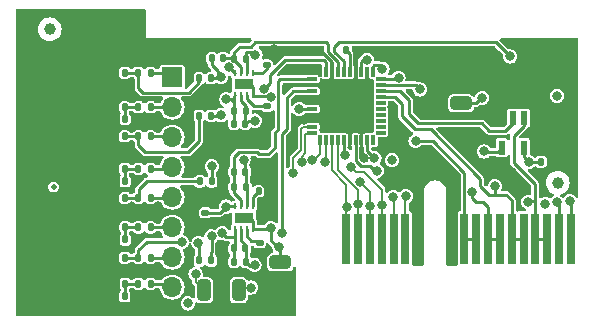
<source format=gbr>
%TF.GenerationSoftware,KiCad,Pcbnew,8.0.5*%
%TF.CreationDate,2024-11-08T07:47:22+00:00*%
%TF.ProjectId,ADE_Aux_V4,4144455f-4175-4785-9f56-342e6b696361,rev?*%
%TF.SameCoordinates,Original*%
%TF.FileFunction,Copper,L1,Top*%
%TF.FilePolarity,Positive*%
%FSLAX46Y46*%
G04 Gerber Fmt 4.6, Leading zero omitted, Abs format (unit mm)*
G04 Created by KiCad (PCBNEW 8.0.5) date 2024-11-08 07:47:22*
%MOMM*%
%LPD*%
G01*
G04 APERTURE LIST*
G04 Aperture macros list*
%AMRoundRect*
0 Rectangle with rounded corners*
0 $1 Rounding radius*
0 $2 $3 $4 $5 $6 $7 $8 $9 X,Y pos of 4 corners*
0 Add a 4 corners polygon primitive as box body*
4,1,4,$2,$3,$4,$5,$6,$7,$8,$9,$2,$3,0*
0 Add four circle primitives for the rounded corners*
1,1,$1+$1,$2,$3*
1,1,$1+$1,$4,$5*
1,1,$1+$1,$6,$7*
1,1,$1+$1,$8,$9*
0 Add four rect primitives between the rounded corners*
20,1,$1+$1,$2,$3,$4,$5,0*
20,1,$1+$1,$4,$5,$6,$7,0*
20,1,$1+$1,$6,$7,$8,$9,0*
20,1,$1+$1,$8,$9,$2,$3,0*%
G04 Aperture macros list end*
%TA.AperFunction,SMDPad,CuDef*%
%ADD10C,0.500000*%
%TD*%
%TA.AperFunction,SMDPad,CuDef*%
%ADD11RoundRect,0.135000X-0.135000X-0.185000X0.135000X-0.185000X0.135000X0.185000X-0.135000X0.185000X0*%
%TD*%
%TA.AperFunction,SMDPad,CuDef*%
%ADD12RoundRect,0.140000X0.170000X-0.140000X0.170000X0.140000X-0.170000X0.140000X-0.170000X-0.140000X0*%
%TD*%
%TA.AperFunction,SMDPad,CuDef*%
%ADD13RoundRect,0.135000X0.135000X0.185000X-0.135000X0.185000X-0.135000X-0.185000X0.135000X-0.185000X0*%
%TD*%
%TA.AperFunction,SMDPad,CuDef*%
%ADD14RoundRect,0.140000X0.140000X0.170000X-0.140000X0.170000X-0.140000X-0.170000X0.140000X-0.170000X0*%
%TD*%
%TA.AperFunction,SMDPad,CuDef*%
%ADD15RoundRect,0.140000X-0.140000X-0.170000X0.140000X-0.170000X0.140000X0.170000X-0.140000X0.170000X0*%
%TD*%
%TA.AperFunction,SMDPad,CuDef*%
%ADD16C,1.000000*%
%TD*%
%TA.AperFunction,SMDPad,CuDef*%
%ADD17RoundRect,0.250000X0.650000X-0.325000X0.650000X0.325000X-0.650000X0.325000X-0.650000X-0.325000X0*%
%TD*%
%TA.AperFunction,SMDPad,CuDef*%
%ADD18RoundRect,0.135000X0.185000X-0.135000X0.185000X0.135000X-0.185000X0.135000X-0.185000X-0.135000X0*%
%TD*%
%TA.AperFunction,SMDPad,CuDef*%
%ADD19RoundRect,0.135000X-0.185000X0.135000X-0.185000X-0.135000X0.185000X-0.135000X0.185000X0.135000X0*%
%TD*%
%TA.AperFunction,SMDPad,CuDef*%
%ADD20RoundRect,0.250000X-0.650000X0.325000X-0.650000X-0.325000X0.650000X-0.325000X0.650000X0.325000X0*%
%TD*%
%TA.AperFunction,SMDPad,CuDef*%
%ADD21R,0.250000X0.500000*%
%TD*%
%TA.AperFunction,ComponentPad*%
%ADD22C,0.600000*%
%TD*%
%TA.AperFunction,SMDPad,CuDef*%
%ADD23R,1.600000X0.900000*%
%TD*%
%TA.AperFunction,SMDPad,CuDef*%
%ADD24R,0.304800X0.812800*%
%TD*%
%TA.AperFunction,SMDPad,CuDef*%
%ADD25R,0.812800X0.304800*%
%TD*%
%TA.AperFunction,SMDPad,CuDef*%
%ADD26R,4.241800X4.241800*%
%TD*%
%TA.AperFunction,SMDPad,CuDef*%
%ADD27RoundRect,0.250000X0.325000X0.650000X-0.325000X0.650000X-0.325000X-0.650000X0.325000X-0.650000X0*%
%TD*%
%TA.AperFunction,SMDPad,CuDef*%
%ADD28R,0.600000X1.200000*%
%TD*%
%TA.AperFunction,ComponentPad*%
%ADD29R,1.700000X1.700000*%
%TD*%
%TA.AperFunction,ComponentPad*%
%ADD30O,1.700000X1.700000*%
%TD*%
%TA.AperFunction,ConnectorPad*%
%ADD31R,0.700000X4.300000*%
%TD*%
%TA.AperFunction,ViaPad*%
%ADD32C,0.800000*%
%TD*%
%TA.AperFunction,Conductor*%
%ADD33C,0.250000*%
%TD*%
%TA.AperFunction,Conductor*%
%ADD34C,0.200000*%
%TD*%
G04 APERTURE END LIST*
D10*
%TO.P,TP1,1,1*%
%TO.N,unconnected-(TP1-Pad1)*%
X-16789400Y27406600D03*
%TD*%
D11*
%TO.P,R25,1*%
%TO.N,/ITP*%
X-1510000Y27390000D03*
%TO.P,R25,2*%
%TO.N,Net-(U1B--)*%
X-490000Y27390000D03*
%TD*%
D12*
%TO.P,C2,1*%
%TO.N,+3V3*%
X-3937000Y25224800D03*
%TO.P,C2,2*%
%TO.N,GND*%
X-3937000Y26184800D03*
%TD*%
D13*
%TO.P,R18,1*%
%TO.N,Net-(U1B--)*%
X-3390000Y27880000D03*
%TO.P,R18,2*%
%TO.N,/RT*%
X-4410000Y27880000D03*
%TD*%
D11*
%TO.P,R5,1*%
%TO.N,Net-(C4-Pad1)*%
X-9600000Y19200000D03*
%TO.P,R5,2*%
%TO.N,/RNM*%
X-8580000Y19200000D03*
%TD*%
D14*
%TO.P,C11,1*%
%TO.N,/RR*%
X-10780000Y37080000D03*
%TO.P,C11,2*%
%TO.N,GND*%
X-11740000Y37080000D03*
%TD*%
D15*
%TO.P,C13,1*%
%TO.N,/ITP*%
X-1500000Y28710000D03*
%TO.P,C13,2*%
%TO.N,Net-(U1B--)*%
X-540000Y28710000D03*
%TD*%
D14*
%TO.P,C3,1*%
%TO.N,/RN*%
X-10780000Y21410000D03*
%TO.P,C3,2*%
%TO.N,GND*%
X-11740000Y21410000D03*
%TD*%
D16*
%TO.P,FID1,*%
%TO.N,*%
X25908000Y27762200D03*
%TD*%
D13*
%TO.P,R9,1*%
%TO.N,Net-(U3A--)*%
X-3440000Y33440000D03*
%TO.P,R9,2*%
%TO.N,/RS*%
X-4460000Y33440000D03*
%TD*%
D17*
%TO.P,C26,1*%
%TO.N,GND*%
X2410000Y18075000D03*
%TO.P,C26,2*%
%TO.N,/UM*%
X2410000Y21025000D03*
%TD*%
D18*
%TO.P,R20,1*%
%TO.N,Net-(U3B-+)*%
X1250000Y37730000D03*
%TO.P,R20,2*%
%TO.N,GND*%
X1250000Y38750000D03*
%TD*%
D14*
%TO.P,C7,1*%
%TO.N,/RT*%
X-10770000Y26480000D03*
%TO.P,C7,2*%
%TO.N,GND*%
X-11730000Y26480000D03*
%TD*%
D13*
%TO.P,R6,1*%
%TO.N,Net-(U1A--)*%
X-3430000Y21180000D03*
%TO.P,R6,2*%
%TO.N,/RN*%
X-4450000Y21180000D03*
%TD*%
D19*
%TO.P,R8,1*%
%TO.N,Net-(U3A-+)*%
X1280000Y34240000D03*
%TO.P,R8,2*%
%TO.N,GND*%
X1280000Y33220000D03*
%TD*%
D14*
%TO.P,C4,1*%
%TO.N,Net-(C4-Pad1)*%
X-10780000Y18150000D03*
%TO.P,C4,2*%
%TO.N,GND*%
X-11740000Y18150000D03*
%TD*%
D16*
%TO.P,FID4,*%
%TO.N,*%
X-17119600Y40767000D03*
%TD*%
D11*
%TO.P,R26,1*%
%TO.N,/IRP*%
X-1510000Y38280000D03*
%TO.P,R26,2*%
%TO.N,Net-(U3B--)*%
X-490000Y38280000D03*
%TD*%
D14*
%TO.P,C16,1*%
%TO.N,/IRP*%
X-2440000Y38310000D03*
%TO.P,C16,2*%
%TO.N,Net-(U3B--)*%
X-3400000Y38310000D03*
%TD*%
D11*
%TO.P,R4,1*%
%TO.N,/RN*%
X-9600000Y21400000D03*
%TO.P,R4,2*%
%TO.N,/RNP*%
X-8580000Y21400000D03*
%TD*%
D14*
%TO.P,C12,1*%
%TO.N,Net-(C12-Pad1)*%
X-10780000Y34170000D03*
%TO.P,C12,2*%
%TO.N,GND*%
X-11740000Y34170000D03*
%TD*%
D11*
%TO.P,R11,1*%
%TO.N,Net-(C8-Pad1)*%
X-9600000Y23980000D03*
%TO.P,R11,2*%
%TO.N,/RTM*%
X-8580000Y23980000D03*
%TD*%
%TO.P,R24,1*%
%TO.N,/ISP*%
X-1510000Y33820000D03*
%TO.P,R24,2*%
%TO.N,Net-(U3A--)*%
X-490000Y33820000D03*
%TD*%
%TO.P,R14,1*%
%TO.N,/RR*%
X-9600000Y37070000D03*
%TO.P,R14,2*%
%TO.N,/RRP*%
X-8580000Y37070000D03*
%TD*%
%TO.P,R23,1*%
%TO.N,/INP*%
X-1510000Y21090000D03*
%TO.P,R23,2*%
%TO.N,Net-(U1A--)*%
X-490000Y21090000D03*
%TD*%
D20*
%TO.P,C18,1*%
%TO.N,+3V3*%
X17703800Y34495000D03*
%TO.P,C18,2*%
%TO.N,GND*%
X17703800Y31545000D03*
%TD*%
D11*
%TO.P,R10,1*%
%TO.N,/RT*%
X-9600000Y26500000D03*
%TO.P,R10,2*%
%TO.N,/RTP*%
X-8580000Y26500000D03*
%TD*%
%TO.P,R15,1*%
%TO.N,Net-(C12-Pad1)*%
X-9600000Y34160000D03*
%TO.P,R15,2*%
%TO.N,/RRM*%
X-8580000Y34160000D03*
%TD*%
D13*
%TO.P,R21,1*%
%TO.N,Net-(C12-Pad1)*%
X-10730000Y33160000D03*
%TO.P,R21,2*%
%TO.N,GND*%
X-11750000Y33160000D03*
%TD*%
D15*
%TO.P,C6,1*%
%TO.N,/ISP*%
X-1500000Y32750000D03*
%TO.P,C6,2*%
%TO.N,Net-(U3A--)*%
X-540000Y32750000D03*
%TD*%
D13*
%TO.P,R17,1*%
%TO.N,Net-(C8-Pad1)*%
X-10720000Y22960000D03*
%TO.P,R17,2*%
%TO.N,GND*%
X-11740000Y22960000D03*
%TD*%
%TO.P,R7,1*%
%TO.N,Net-(C4-Pad1)*%
X-10730000Y19200000D03*
%TO.P,R7,2*%
%TO.N,GND*%
X-11750000Y19200000D03*
%TD*%
D21*
%TO.P,U3,1*%
%TO.N,/ISP*%
X-1430000Y35150000D03*
%TO.P,U3,2,-*%
%TO.N,Net-(U3A--)*%
X-930000Y35150000D03*
%TO.P,U3,3,+*%
%TO.N,Net-(U3A-+)*%
X-430000Y35150000D03*
%TO.P,U3,4,V-*%
%TO.N,/UM*%
X70000Y35150000D03*
%TO.P,U3,5,+*%
%TO.N,Net-(U3B-+)*%
X70000Y37050000D03*
%TO.P,U3,6,-*%
%TO.N,Net-(U3B--)*%
X-430000Y37050000D03*
%TO.P,U3,7*%
%TO.N,/IRP*%
X-930000Y37050000D03*
%TO.P,U3,8,V+*%
%TO.N,+3V3*%
X-1430000Y37050000D03*
D22*
%TO.P,U3,9,PAD*%
%TO.N,/UM*%
X-1180000Y36100000D03*
D23*
X-680000Y36100000D03*
D22*
X-180000Y36100000D03*
%TD*%
D14*
%TO.P,C9,1*%
%TO.N,/RS*%
X-10780000Y31700000D03*
%TO.P,C9,2*%
%TO.N,GND*%
X-11740000Y31700000D03*
%TD*%
%TO.P,C10,1*%
%TO.N,Net-(C10-Pad1)*%
X-10780000Y28940000D03*
%TO.P,C10,2*%
%TO.N,GND*%
X-11740000Y28940000D03*
%TD*%
D11*
%TO.P,R16,1*%
%TO.N,Net-(U1B-+)*%
X570000Y27050000D03*
%TO.P,R16,2*%
%TO.N,GND*%
X1590000Y27050000D03*
%TD*%
D24*
%TO.P,U2,1,PullHigh*%
%TO.N,+3V3*%
X10287000Y37160200D03*
%TO.P,U2,2,DGND*%
%TO.N,GND*%
X9779000Y37160200D03*
%TO.P,U2,3,DVDDOUT*%
%TO.N,/DVDDOUT*%
X9271000Y37160200D03*
%TO.P,U2,4,PM0*%
%TO.N,GND*%
X8788400Y37160200D03*
%TO.P,U2,5,PM1*%
%TO.N,/PM1*%
X8280400Y37160200D03*
%TO.P,U2,6,RESET*%
%TO.N,/ADE_Reset*%
X7772400Y37160200D03*
%TO.P,U2,7,IAP*%
%TO.N,/IRP*%
X7264400Y37160200D03*
%TO.P,U2,8,IAN*%
%TO.N,GND*%
X6781800Y37160200D03*
%TO.P,U2,9,IBP*%
%TO.N,/ISP*%
X6273800Y37160200D03*
%TO.P,U2,10,IBN*%
%TO.N,GND*%
X5765800Y37160200D03*
D25*
%TO.P,U2,11,ICP*%
%TO.N,/ITP*%
X5130800Y36525200D03*
%TO.P,U2,12,ICN*%
%TO.N,GND*%
X5130800Y36017200D03*
%TO.P,U2,13,INP*%
%TO.N,/INP*%
X5130800Y35509200D03*
%TO.P,U2,14,INN*%
%TO.N,GND*%
X5130800Y35026600D03*
%TO.P,U2,15,REFGND*%
X5130800Y34518600D03*
%TO.P,U2,16,REF*%
%TO.N,/REF*%
X5130800Y34010600D03*
%TO.P,U2,17,NC1*%
%TO.N,GND*%
X5130800Y33502600D03*
%TO.P,U2,18,NC2*%
X5130800Y33020000D03*
%TO.P,U2,19,VAN*%
%TO.N,/UR+*%
X5130800Y32512000D03*
%TO.P,U2,20,VAP*%
%TO.N,/UR-*%
X5130800Y32004000D03*
D24*
%TO.P,U2,21,VBN*%
%TO.N,/US+*%
X5765800Y31369000D03*
%TO.P,U2,22,VBP*%
%TO.N,/US-*%
X6273800Y31369000D03*
%TO.P,U2,23,VCN*%
%TO.N,/UT+*%
X6781800Y31369000D03*
%TO.P,U2,24,VCP*%
%TO.N,/UT-*%
X7264400Y31369000D03*
%TO.P,U2,25,AVDDOUT*%
%TO.N,/AVDDOUT*%
X7772400Y31369000D03*
%TO.P,U2,26,AGND*%
%TO.N,GND*%
X8280400Y31369000D03*
%TO.P,U2,27,VDD*%
%TO.N,+3V3*%
X8788400Y31369000D03*
%TO.P,U2,28,GND*%
%TO.N,GND*%
X9271000Y31369000D03*
%TO.P,U2,29,CLKIN*%
%TO.N,/O_IN*%
X9779000Y31369000D03*
%TO.P,U2,30,CLKOUT*%
%TO.N,/O_OUT*%
X10287000Y31369000D03*
D25*
%TO.P,U2,31,IRQ0*%
%TO.N,/IRQ1*%
X10922000Y32004000D03*
%TO.P,U2,32,IRQ1*%
%TO.N,/IRQ2*%
X10922000Y32512000D03*
%TO.P,U2,33,CF1*%
%TO.N,unconnected-(U2-CF1-Pad33)*%
X10922000Y33020000D03*
%TO.P,U2,34,CF2*%
%TO.N,unconnected-(U2-CF2-Pad34)*%
X10922000Y33502600D03*
%TO.P,U2,35,CF3/ZX*%
%TO.N,unconnected-(U2-CF3{slash}ZX-Pad35)*%
X10922000Y34010600D03*
%TO.P,U2,36,CF4/READY*%
%TO.N,/READY*%
X10922000Y34518600D03*
%TO.P,U2,37,SCLK*%
%TO.N,/SCLK*%
X10922000Y35026600D03*
%TO.P,U2,38,MISO*%
%TO.N,/MISO*%
X10922000Y35509200D03*
%TO.P,U2,39,MOSI*%
%TO.N,/MOSI*%
X10922000Y36017200D03*
%TO.P,U2,40,SS*%
%TO.N,/SS*%
X10922000Y36525200D03*
D26*
%TO.P,U2,41,EP*%
%TO.N,GND*%
X8026400Y34264600D03*
%TD*%
D15*
%TO.P,C5,1*%
%TO.N,/INP*%
X-1500000Y22200000D03*
%TO.P,C5,2*%
%TO.N,Net-(U1A--)*%
X-540000Y22200000D03*
%TD*%
D13*
%TO.P,R22,1*%
%TO.N,Net-(U3B--)*%
X-3440000Y36620000D03*
%TO.P,R22,2*%
%TO.N,/RR*%
X-4460000Y36620000D03*
%TD*%
D11*
%TO.P,R12,1*%
%TO.N,/RS*%
X-9600000Y31690000D03*
%TO.P,R12,2*%
%TO.N,/RSP*%
X-8580000Y31690000D03*
%TD*%
D21*
%TO.P,U1,1*%
%TO.N,/INP*%
X-1430000Y23860000D03*
%TO.P,U1,2,-*%
%TO.N,Net-(U1A--)*%
X-930000Y23860000D03*
%TO.P,U1,3,+*%
%TO.N,Net-(U1A-+)*%
X-430000Y23860000D03*
%TO.P,U1,4,V-*%
%TO.N,/UM*%
X70000Y23860000D03*
%TO.P,U1,5,+*%
%TO.N,Net-(U1B-+)*%
X70000Y25760000D03*
%TO.P,U1,6,-*%
%TO.N,Net-(U1B--)*%
X-430000Y25760000D03*
%TO.P,U1,7*%
%TO.N,/ITP*%
X-930000Y25760000D03*
%TO.P,U1,8,V+*%
%TO.N,+3V3*%
X-1430000Y25760000D03*
D22*
%TO.P,U1,9,PAD*%
%TO.N,/UM*%
X-1180000Y24810000D03*
D23*
X-680000Y24810000D03*
D22*
X-180000Y24810000D03*
%TD*%
D19*
%TO.P,R3,1*%
%TO.N,Net-(U1A-+)*%
X650000Y22680000D03*
%TO.P,R3,2*%
%TO.N,GND*%
X650000Y21660000D03*
%TD*%
D13*
%TO.P,R19,1*%
%TO.N,Net-(C10-Pad1)*%
X-10730000Y27900000D03*
%TO.P,R19,2*%
%TO.N,GND*%
X-11750000Y27900000D03*
%TD*%
%TO.P,R2,1*%
%TO.N,GND*%
X8993600Y38963600D03*
%TO.P,R2,2*%
%TO.N,/PM1*%
X7973600Y38963600D03*
%TD*%
D14*
%TO.P,C31,1*%
%TO.N,GND*%
X25448200Y29540200D03*
%TO.P,C31,2*%
%TO.N,+3V3*%
X24488200Y29540200D03*
%TD*%
D11*
%TO.P,R13,1*%
%TO.N,Net-(C10-Pad1)*%
X-9600000Y28930000D03*
%TO.P,R13,2*%
%TO.N,/RSM*%
X-8580000Y28930000D03*
%TD*%
D27*
%TO.P,C25,1*%
%TO.N,/C+*%
X-1105000Y18670000D03*
%TO.P,C25,2*%
%TO.N,/C-*%
X-4055000Y18670000D03*
%TD*%
D28*
%TO.P,U99,1,OE*%
%TO.N,/SYN*%
X23050000Y33240000D03*
%TO.P,U99,2,A*%
%TO.N,/MISO*%
X22100000Y33240000D03*
%TO.P,U99,3,GND*%
%TO.N,GND*%
X21150000Y33240000D03*
%TO.P,U99,4,Y*%
%TO.N,/MOSI*%
X21150000Y30740000D03*
%TO.P,U99,5,VCC*%
%TO.N,+3V3*%
X23050000Y30740000D03*
%TD*%
D14*
%TO.P,C8,1*%
%TO.N,Net-(C8-Pad1)*%
X-10730000Y24000000D03*
%TO.P,C8,2*%
%TO.N,GND*%
X-11690000Y24000000D03*
%TD*%
D29*
%TO.P,J15,1,Pin_1*%
%TO.N,/RRP*%
X-6750200Y36692980D03*
D30*
%TO.P,J15,2,Pin_2*%
%TO.N,/RRM*%
X-6750200Y34152980D03*
%TO.P,J15,3,Pin_3*%
%TO.N,/RSP*%
X-6750200Y31612980D03*
%TO.P,J15,4,Pin_4*%
%TO.N,/RSM*%
X-6750200Y29072980D03*
%TO.P,J15,5,Pin_5*%
%TO.N,/RTP*%
X-6750200Y26532980D03*
%TO.P,J15,6,Pin_6*%
%TO.N,/RTM*%
X-6750200Y23992980D03*
%TO.P,J15,7,Pin_7*%
%TO.N,/RNP*%
X-6750200Y21452980D03*
%TO.P,J15,8,Pin_8*%
%TO.N,/RNM*%
X-6750200Y18912980D03*
%TD*%
D31*
%TO.P,J2,A1*%
%TO.N,+3V3*%
X27000000Y23000000D03*
%TO.P,J2,A2*%
X26000000Y23000000D03*
%TO.P,J2,A3*%
%TO.N,/SYN*%
X25000000Y23000000D03*
%TO.P,J2,A4*%
X24000000Y23000000D03*
%TO.P,J2,A5*%
%TO.N,/SCLK*%
X23000000Y23000000D03*
%TO.P,J2,A6*%
X22000000Y23000000D03*
%TO.P,J2,A7*%
%TO.N,/MOSI*%
X21000000Y23000000D03*
%TO.P,J2,A8*%
X20000000Y23000000D03*
%TO.P,J2,A9*%
%TO.N,/SS*%
X19000000Y23000000D03*
%TO.P,J2,A10*%
X18000000Y23000000D03*
%TO.P,J2,A11*%
%TO.N,GND*%
X17000000Y23000000D03*
%TO.P,J2,A12*%
X14000000Y23000000D03*
%TO.P,J2,A13*%
%TO.N,/UR-*%
X13000000Y23000000D03*
%TO.P,J2,A14*%
%TO.N,/UR+*%
X12000000Y23000000D03*
%TO.P,J2,A15*%
%TO.N,/US-*%
X11000000Y23000000D03*
%TO.P,J2,A16*%
%TO.N,/US+*%
X10000000Y23000000D03*
%TO.P,J2,A17*%
%TO.N,/UT-*%
X9000000Y23000000D03*
%TO.P,J2,A18*%
%TO.N,/UT+*%
X8000000Y23000000D03*
%TD*%
D32*
%TO.N,GND*%
X-11020000Y41360000D03*
X26593800Y39192200D03*
X-18640000Y36280000D03*
X-16100000Y33740000D03*
X16459200Y28346400D03*
X-5940000Y38820000D03*
X4430000Y37400000D03*
X-3400000Y31200000D03*
X-14440000Y37200000D03*
X-14100000Y23060000D03*
X-18640000Y28660000D03*
X24540000Y33740000D03*
X-18640000Y26120000D03*
X26339800Y31191200D03*
X4428453Y33111500D03*
X17170400Y25933400D03*
X-16100000Y36280000D03*
X-13450000Y18140000D03*
X-16100000Y23580000D03*
X24540000Y38820000D03*
X390000Y17940000D03*
X9457677Y29825500D03*
X13716000Y27940000D03*
X-16100000Y38820000D03*
X5540000Y38930000D03*
X-13560000Y41360000D03*
X-18640000Y31200000D03*
X22000000Y28660000D03*
X24540000Y36280000D03*
X-16100000Y31200000D03*
X-18640000Y21040000D03*
X-2870200Y39344600D03*
X12598400Y31826200D03*
X-16100000Y26120000D03*
X13868400Y25857200D03*
X24540000Y31200000D03*
X11836400Y28092400D03*
X-18640000Y33740000D03*
X12954000Y28930600D03*
X1001000Y26060000D03*
X3429000Y37338000D03*
X670000Y28320000D03*
X-16100000Y21040000D03*
X19460000Y33740000D03*
X11836400Y34137600D03*
X-5230000Y25880000D03*
X660000Y31690000D03*
X-18640000Y38820000D03*
X-16100000Y28660000D03*
X-860000Y31200000D03*
X1850000Y39045500D03*
X-18640000Y23580000D03*
X26517600Y33604200D03*
X-14520000Y29090000D03*
%TO.N,+3V3*%
X19507200Y34950400D03*
X11861800Y29667200D03*
X11050000Y37425000D03*
X10575000Y28775000D03*
X-2190000Y25740000D03*
X26924000Y26187400D03*
X25806400Y26111200D03*
X-5420000Y17550000D03*
X-1975500Y37553372D03*
X25831800Y35128200D03*
X23444200Y29514800D03*
%TO.N,/AVDDOUT*%
X7863900Y30124400D03*
%TO.N,/DVDDOUT*%
X9753600Y38150800D03*
%TO.N,/REF*%
X4013200Y33985200D03*
%TO.N,/ISP*%
X1040000Y35730000D03*
X-2150000Y34820000D03*
%TO.N,/INP*%
X2550000Y23540000D03*
X-2510000Y23480000D03*
%TO.N,/UR+*%
X11970000Y26540000D03*
X3524020Y28620000D03*
%TO.N,/US+*%
X10000000Y25800000D03*
X9143911Y27833911D03*
X5100000Y29720000D03*
%TO.N,/UT+*%
X8050000Y25740000D03*
%TO.N,/ADE_Reset*%
X21869400Y38455600D03*
X24841200Y25958800D03*
%TO.N,/O_IN*%
X10375000Y29850000D03*
%TO.N,Net-(U1A--)*%
X-3410000Y23230000D03*
X230000Y20824500D03*
%TO.N,Net-(U3A--)*%
X260000Y33020000D03*
X-2650000Y33470000D03*
%TO.N,Net-(U1B--)*%
X-700000Y29710000D03*
X-3390000Y29150000D03*
%TO.N,/SCLK*%
X20570000Y27480000D03*
%TO.N,/MOSI*%
X14230000Y35660000D03*
X18630000Y26960000D03*
X19650000Y30410000D03*
%TO.N,/SS*%
X12420000Y36650000D03*
X13868400Y31292800D03*
%TO.N,/RN*%
X-5934500Y22738843D03*
X-4520000Y22670000D03*
%TO.N,Net-(U3B--)*%
X309163Y38610563D03*
X-2600000Y36690000D03*
%TO.N,/UM*%
X1610000Y23910000D03*
X1625500Y35047145D03*
X2277484Y22357547D03*
%TO.N,/C+*%
X-70000Y18890000D03*
%TO.N,/UR-*%
X4230000Y29490000D03*
X13040000Y26640000D03*
%TO.N,/US-*%
X11000000Y25870000D03*
X6182300Y29546200D03*
X8393411Y29123411D03*
%TO.N,/UT-*%
X9020000Y25950000D03*
%TO.N,/C-*%
X-4765656Y20033911D03*
%TO.N,/SYN*%
X23393400Y26136600D03*
%TD*%
D33*
%TO.N,GND*%
X390000Y17940000D02*
X2275000Y17940000D01*
X5130800Y33020000D02*
X4419600Y33020000D01*
X1380000Y28320000D02*
X670000Y28320000D01*
X-11690000Y24000000D02*
X-11690000Y23010000D01*
X9271000Y33020000D02*
X8026400Y34264600D01*
X-11750000Y33160000D02*
X-11750000Y34160000D01*
X4419600Y33102647D02*
X4428453Y33111500D01*
X-13440000Y18150000D02*
X-13450000Y18140000D01*
X-11730000Y27880000D02*
X-11750000Y27900000D01*
X8788400Y37160200D02*
X8788400Y35026600D01*
X6781800Y37986704D02*
X6781800Y37160200D01*
X940000Y18490000D02*
X390000Y17940000D01*
X1690000Y39190000D02*
X1850000Y39190000D01*
X5130800Y33020000D02*
X6781800Y33020000D01*
X6273800Y36017200D02*
X8026400Y34264600D01*
X8280400Y34010600D02*
X8026400Y34264600D01*
X-11740000Y31700000D02*
X-11740000Y33150000D01*
X8788400Y35026600D02*
X8026400Y34264600D01*
X9457677Y29842323D02*
X9271000Y30029000D01*
X-11740000Y34170000D02*
X-11740000Y37080000D01*
X-14000000Y22960000D02*
X-14100000Y23060000D01*
X-5230000Y25935800D02*
X-4981000Y26184800D01*
X-11690000Y23010000D02*
X-11740000Y22960000D01*
X1280000Y33220000D02*
X1280000Y32310000D01*
X9779000Y36017200D02*
X8026400Y34264600D01*
X2275000Y17940000D02*
X2410000Y18075000D01*
X-11740000Y19210000D02*
X-11750000Y19200000D01*
X5840000Y38930000D02*
X5540000Y38930000D01*
X1590000Y27050000D02*
X1590000Y28110000D01*
X6118504Y38651496D02*
X5840000Y38930000D01*
X1590000Y27050000D02*
X1590000Y26580000D01*
X17000000Y23000000D02*
X17000000Y25763000D01*
X-11740000Y22960000D02*
X-14000000Y22960000D01*
X940000Y21000000D02*
X940000Y18490000D01*
X14000000Y23000000D02*
X14000000Y25725600D01*
X4419600Y33020000D02*
X4419600Y33102647D01*
X9271000Y31369000D02*
X9271000Y33020000D01*
X8788400Y37160200D02*
X8788400Y38758400D01*
X17000000Y25763000D02*
X17170400Y25933400D01*
X9271000Y30029000D02*
X9271000Y31369000D01*
X5130800Y33502600D02*
X7264400Y33502600D01*
X650000Y21660000D02*
X650000Y21287693D01*
X9779000Y37160200D02*
X9779000Y36017200D01*
X8788400Y38758400D02*
X8993600Y38963600D01*
X6118504Y38650000D02*
X6118504Y38651496D01*
X4669800Y37160200D02*
X4430000Y37400000D01*
X-11690000Y24000000D02*
X-11690000Y26440000D01*
X-11750000Y27900000D02*
X-11750000Y28930000D01*
X5130800Y34518600D02*
X7772400Y34518600D01*
X-11740000Y37080000D02*
X-14320000Y37080000D01*
X-4981000Y26184800D02*
X-3937000Y26184800D01*
X1850000Y39190000D02*
X1850000Y39045500D01*
X-11690000Y26440000D02*
X-11730000Y26480000D01*
X1590000Y28110000D02*
X1380000Y28320000D01*
X-11750000Y19200000D02*
X-11750000Y18160000D01*
X8280400Y31369000D02*
X8280400Y34010600D01*
X-11740000Y21410000D02*
X-11740000Y19210000D01*
X5765800Y37160200D02*
X4669800Y37160200D01*
X1590000Y26580000D02*
X1070000Y26060000D01*
X-11730000Y26480000D02*
X-11730000Y27880000D01*
X937693Y21000000D02*
X940000Y21000000D01*
X-11750000Y28930000D02*
X-11740000Y28940000D01*
X7264400Y35026600D02*
X8026400Y34264600D01*
X6781800Y33020000D02*
X8026400Y34264600D01*
X-11750000Y34160000D02*
X-11740000Y34170000D01*
X-11740000Y33150000D02*
X-11750000Y33160000D01*
X-11740000Y22960000D02*
X-11740000Y21410000D01*
X650000Y21287693D02*
X937693Y21000000D01*
X6118504Y38650000D02*
X6781800Y37986704D01*
X-11750000Y18160000D02*
X-11740000Y18150000D01*
X14000000Y25725600D02*
X13868400Y25857200D01*
X1070000Y26060000D02*
X1001000Y26060000D01*
X7772400Y34518600D02*
X8026400Y34264600D01*
X5130800Y35026600D02*
X7264400Y35026600D01*
X-14370000Y28940000D02*
X-14520000Y29090000D01*
X9457677Y29825500D02*
X9457677Y29842323D01*
X-11740000Y28940000D02*
X-11740000Y31700000D01*
X1280000Y32310000D02*
X660000Y31690000D01*
X-5230000Y25880000D02*
X-5230000Y25935800D01*
X1250000Y38750000D02*
X1690000Y39190000D01*
X-11740000Y28940000D02*
X-14370000Y28940000D01*
X-14320000Y37080000D02*
X-14440000Y37200000D01*
X5130800Y36017200D02*
X6273800Y36017200D01*
X-11740000Y18150000D02*
X-13440000Y18150000D01*
%TO.N,+3V3*%
X27000000Y23550000D02*
X27000000Y26111400D01*
X-3937000Y25224800D02*
X-2705200Y25224800D01*
X-1430000Y25760000D02*
X-2170000Y25760000D01*
X23050000Y29909000D02*
X23444200Y29514800D01*
X24462800Y29514800D02*
X24488200Y29540200D01*
X23444200Y29514800D02*
X24462800Y29514800D01*
X10575000Y28775000D02*
X10445000Y28775000D01*
X8788400Y29611600D02*
X8788400Y31369000D01*
X26000000Y23000000D02*
X26000000Y25917600D01*
X19253200Y34772600D02*
X19431000Y34950400D01*
X10287000Y37617400D02*
X10375900Y37706300D01*
X9210000Y29190000D02*
X8788400Y29611600D01*
X10445000Y28775000D02*
X10030000Y29190000D01*
X26000000Y25917600D02*
X25806400Y26111200D01*
X-1975500Y37553372D02*
X-1933372Y37553372D01*
X27000000Y26111400D02*
X26924000Y26187400D01*
X10287000Y37160200D02*
X10287000Y37617400D01*
X17703800Y34495000D02*
X18975600Y34495000D01*
X-2170000Y25760000D02*
X-2190000Y25740000D01*
X-1933372Y37553372D02*
X-1430000Y37050000D01*
X23050000Y30740000D02*
X23050000Y29909000D01*
X10768700Y37706300D02*
X10375900Y37706300D01*
X18975600Y34495000D02*
X19253200Y34772600D01*
X19431000Y34950400D02*
X19507200Y34950400D01*
X-2705200Y25224800D02*
X-2190000Y25740000D01*
X11050000Y37425000D02*
X10768700Y37706300D01*
X10030000Y29190000D02*
X9210000Y29190000D01*
%TO.N,/AVDDOUT*%
X7772400Y31369000D02*
X7772400Y30175200D01*
X7772400Y30175200D02*
X7823200Y30124400D01*
X7823200Y30124400D02*
X7863900Y30124400D01*
%TO.N,/DVDDOUT*%
X9398000Y38150800D02*
X9753600Y38150800D01*
X9271000Y38023800D02*
X9271000Y37160200D01*
X9271000Y38023800D02*
X9398000Y38150800D01*
%TO.N,/REF*%
X4038600Y34010600D02*
X4013200Y33985200D01*
X5130800Y34010600D02*
X4038600Y34010600D01*
%TO.N,/IRP*%
X6290000Y39670000D02*
X290000Y39670000D01*
X-930000Y37560000D02*
X-1510000Y38140000D01*
X6451400Y38811400D02*
X6451400Y39508600D01*
X-1030000Y39270000D02*
X-1510000Y38790000D01*
X290000Y39670000D02*
X-110000Y39270000D01*
X6451400Y39508600D02*
X6290000Y39670000D01*
X-1510000Y38790000D02*
X-1510000Y38280000D01*
X-930000Y37050000D02*
X-930000Y37560000D01*
X-1540000Y38310000D02*
X-1510000Y38280000D01*
X7264400Y37998400D02*
X6451400Y38811400D01*
X7264400Y37160200D02*
X7264400Y37998400D01*
X-1510000Y38140000D02*
X-1510000Y38280000D01*
X-2440000Y38310000D02*
X-1540000Y38310000D01*
X-110000Y39270000D02*
X-1030000Y39270000D01*
%TO.N,/ISP*%
X-1500000Y32750000D02*
X-1500000Y33810000D01*
X-1510000Y35070000D02*
X-1430000Y35150000D01*
X1058076Y35748076D02*
X1040000Y35730000D01*
X-1510000Y33820000D02*
X-1510000Y34600000D01*
X-1730000Y34820000D02*
X-1510000Y34600000D01*
X6273800Y38000408D02*
X6273800Y37160200D01*
X-1500000Y33810000D02*
X-1510000Y33820000D01*
X-2150000Y34820000D02*
X-1730000Y34820000D01*
X1550962Y36199038D02*
X1550962Y36875962D01*
X1550962Y36875962D02*
X2825000Y38150000D01*
X1100000Y35748076D02*
X1058076Y35748076D01*
X2825000Y38150000D02*
X6124208Y38150000D01*
X-1510000Y34600000D02*
X-1510000Y35070000D01*
X6124208Y38150000D02*
X6273800Y38000408D01*
X1100000Y35748076D02*
X1550962Y36199038D01*
%TO.N,/ITP*%
X1950000Y30730000D02*
X1950000Y31990000D01*
X-930000Y26320000D02*
X-1530000Y26920000D01*
X-1510000Y28700000D02*
X-1500000Y28710000D01*
X2250000Y32290000D02*
X2250000Y36362200D01*
X2250000Y36362200D02*
X2413000Y36525200D01*
X-1500000Y28710000D02*
X-1500000Y29950000D01*
X-1510000Y27390000D02*
X-1510000Y28700000D01*
X-1115489Y30334511D02*
X445489Y30334511D01*
X-1530000Y27370000D02*
X-1510000Y27390000D01*
X-1500000Y29950000D02*
X-1115489Y30334511D01*
X610000Y30170000D02*
X1390000Y30170000D01*
X-1530000Y26920000D02*
X-1530000Y27370000D01*
X-930000Y25760000D02*
X-930000Y26320000D01*
X1950000Y31990000D02*
X2250000Y32290000D01*
X1390000Y30170000D02*
X1950000Y30730000D01*
X2413000Y36525200D02*
X5130800Y36525200D01*
X445489Y30334511D02*
X610000Y30170000D01*
%TO.N,/INP*%
X2950000Y32300000D02*
X2550000Y31900000D01*
X2550000Y31900000D02*
X2550000Y23540000D01*
X-1430000Y23160000D02*
X-2190000Y23160000D01*
X-1430000Y23860000D02*
X-1430000Y23160000D01*
X5130800Y35509200D02*
X3509200Y35509200D01*
X-1500000Y22200000D02*
X-1500000Y21100000D01*
X-2190000Y23160000D02*
X-2510000Y23480000D01*
X2950000Y34950000D02*
X2950000Y32300000D01*
X3509200Y35509200D02*
X2950000Y34950000D01*
X-1430000Y22270000D02*
X-1500000Y22200000D01*
X-1430000Y23160000D02*
X-1430000Y22270000D01*
X-1500000Y21100000D02*
X-1510000Y21090000D01*
D34*
%TO.N,/UR+*%
X12000000Y26510000D02*
X11970000Y26540000D01*
X4175000Y32318200D02*
X4175000Y31905000D01*
X5130800Y32512000D02*
X4368800Y32512000D01*
X3490000Y29870000D02*
X3490000Y28620000D01*
X3490000Y28620000D02*
X3524020Y28620000D01*
X4170000Y30550000D02*
X3490000Y29870000D01*
X4170000Y31900000D02*
X4170000Y30550000D01*
X4368800Y32512000D02*
X4175000Y32318200D01*
X4175000Y31905000D02*
X4170000Y31900000D01*
X12000000Y23000000D02*
X12000000Y26510000D01*
%TO.N,/US+*%
X5765800Y30225800D02*
X5270000Y29730000D01*
X5270000Y29720000D02*
X5100000Y29720000D01*
X5765800Y31369000D02*
X5765800Y30225800D01*
X5270000Y29730000D02*
X5270000Y29720000D01*
X9143911Y27833911D02*
X10000000Y26977822D01*
X10000000Y26977822D02*
X10000000Y23000000D01*
D33*
%TO.N,/PM1*%
X8280400Y38656800D02*
X7973600Y38963600D01*
X8280400Y37160200D02*
X8280400Y38656800D01*
%TO.N,/RSP*%
X-6827220Y31690000D02*
X-6750200Y31612980D01*
X-8580000Y31690000D02*
X-6827220Y31690000D01*
%TO.N,/RSM*%
X-8580000Y28930000D02*
X-6893180Y28930000D01*
X-6893180Y28930000D02*
X-6750200Y29072980D01*
%TO.N,/RTP*%
X-6783180Y26500000D02*
X-6750200Y26532980D01*
X-8580000Y26500000D02*
X-6783180Y26500000D01*
%TO.N,/RTM*%
X-6763180Y23980000D02*
X-6750200Y23992980D01*
X-8580000Y23980000D02*
X-6763180Y23980000D01*
%TO.N,/RRP*%
X-7127220Y37070000D02*
X-6750200Y36692980D01*
X-8580000Y37070000D02*
X-7127220Y37070000D01*
%TO.N,/RRM*%
X-8580000Y34160000D02*
X-6757220Y34160000D01*
X-6757220Y34160000D02*
X-6750200Y34152980D01*
%TO.N,/RNP*%
X-8580000Y21400000D02*
X-6803180Y21400000D01*
X-6803180Y21400000D02*
X-6750200Y21452980D01*
%TO.N,/RNM*%
X-7037220Y19200000D02*
X-6750200Y18912980D01*
X-8580000Y19200000D02*
X-7037220Y19200000D01*
D34*
%TO.N,/UT+*%
X8000000Y27590000D02*
X6781800Y28808200D01*
X8000000Y23000000D02*
X8000000Y27590000D01*
X6781800Y28808200D02*
X6781800Y31369000D01*
D33*
%TO.N,/ADE_Reset*%
X7772400Y37160200D02*
X7772400Y38074600D01*
X20675589Y39649411D02*
X21869400Y38455600D01*
X7399411Y39649411D02*
X20675589Y39649411D01*
X7772400Y38074600D02*
X6985000Y38862000D01*
X6985000Y38862000D02*
X6985000Y39243000D01*
X6993000Y39243000D02*
X7399411Y39649411D01*
X6985000Y39243000D02*
X6993000Y39243000D01*
%TO.N,/O_IN*%
X9779000Y31369000D02*
X9779000Y30446000D01*
X9779000Y30446000D02*
X10375000Y29850000D01*
%TO.N,Net-(U1A--)*%
X-3430000Y21900000D02*
X-3430000Y21180000D01*
X-490000Y22150000D02*
X-540000Y22200000D01*
X-3410000Y21920000D02*
X-3430000Y21900000D01*
X-490000Y21090000D02*
X-130000Y20730000D01*
X-930000Y23860000D02*
X-930000Y22920000D01*
X-490000Y21090000D02*
X-490000Y22150000D01*
X230000Y20730000D02*
X230000Y20824500D01*
X-3410000Y23230000D02*
X-3410000Y21920000D01*
X-540000Y22530000D02*
X-540000Y22200000D01*
X-130000Y20730000D02*
X230000Y20730000D01*
X-930000Y22920000D02*
X-540000Y22530000D01*
%TO.N,Net-(U3A--)*%
X-540000Y32750000D02*
X-540000Y33770000D01*
X-540000Y33770000D02*
X-490000Y33820000D01*
X-490000Y34220000D02*
X-940000Y34670000D01*
X-490000Y33820000D02*
X-490000Y34220000D01*
X-3440000Y33440000D02*
X-2680000Y33440000D01*
X-940000Y35140000D02*
X-930000Y35150000D01*
X-540000Y32750000D02*
X-270000Y33020000D01*
X-940000Y34670000D02*
X-940000Y35140000D01*
X-2680000Y33440000D02*
X-2650000Y33470000D01*
X-270000Y33020000D02*
X260000Y33020000D01*
%TO.N,Net-(U1B--)*%
X-540000Y29550000D02*
X-700000Y29710000D01*
X-430000Y27330000D02*
X-490000Y27390000D01*
X-490000Y28660000D02*
X-540000Y28710000D01*
X-3390000Y29150000D02*
X-3390000Y27880000D01*
X-540000Y28710000D02*
X-540000Y29550000D01*
X-490000Y27390000D02*
X-490000Y28660000D01*
X-430000Y25760000D02*
X-430000Y27330000D01*
%TO.N,/SCLK*%
X22000000Y23000000D02*
X22000000Y26260000D01*
X13855700Y32270700D02*
X12725400Y33401000D01*
X12725400Y34442400D02*
X12141200Y35026600D01*
X12725400Y33401000D02*
X12725400Y34442400D01*
X20570000Y27480000D02*
X20570000Y26721600D01*
X22000000Y26260000D02*
X21539200Y26720800D01*
X23000000Y23000000D02*
X22000000Y23000000D01*
X20570000Y26721600D02*
X20569200Y26720800D01*
X19304000Y28117800D02*
X15151100Y32270700D01*
X15151100Y32270700D02*
X13855700Y32270700D01*
X20066000Y26720800D02*
X19304000Y27482800D01*
X21539200Y26720800D02*
X20569200Y26720800D01*
X19304000Y27482800D02*
X19304000Y28117800D01*
X20569200Y26720800D02*
X20066000Y26720800D01*
X12141200Y35026600D02*
X10922000Y35026600D01*
%TO.N,/MISO*%
X21463000Y32156400D02*
X22100000Y32793400D01*
X20091400Y32156400D02*
X21463000Y32156400D01*
X13298500Y34761500D02*
X13298500Y33589900D01*
X12550800Y35509200D02*
X13298500Y34761500D01*
X13298500Y33589900D02*
X14108400Y32780000D01*
X10922000Y35509200D02*
X12550800Y35509200D01*
X14108400Y32780000D02*
X19467800Y32780000D01*
X19467800Y32780000D02*
X20091400Y32156400D01*
X22100000Y32793400D02*
X22100000Y33240000D01*
%TO.N,/MOSI*%
X21150000Y30740000D02*
X20800000Y30390000D01*
X13872800Y36017200D02*
X14230000Y35660000D01*
X10922000Y36017200D02*
X13872800Y36017200D01*
X18658000Y26452400D02*
X18999200Y26111200D01*
X19670000Y30390000D02*
X19650000Y30410000D01*
X18999200Y26111200D02*
X19558000Y26111200D01*
X18658000Y26452400D02*
X18658000Y26932000D01*
X20000000Y25669200D02*
X20000000Y23000000D01*
X19558000Y26111200D02*
X20000000Y25669200D01*
X21000000Y23000000D02*
X20000000Y23000000D01*
X20800000Y30390000D02*
X19670000Y30390000D01*
X18658000Y26932000D02*
X18630000Y26960000D01*
%TO.N,/SS*%
X19000000Y23000000D02*
X18000000Y23000000D01*
X18000000Y28625000D02*
X18000000Y23000000D01*
X10922000Y36525200D02*
X12295200Y36525200D01*
X13868400Y31292800D02*
X15332200Y31292800D01*
X12295200Y36525200D02*
X12420000Y36650000D01*
X15332200Y31292800D02*
X18000000Y28625000D01*
%TO.N,/RN*%
X-8891157Y22738843D02*
X-9600000Y22030000D01*
X-9610000Y21410000D02*
X-9600000Y21400000D01*
X-4450000Y21180000D02*
X-4450000Y22600000D01*
X-9600000Y22030000D02*
X-9600000Y21400000D01*
X-4450000Y22600000D02*
X-4520000Y22670000D01*
X-10780000Y21410000D02*
X-9610000Y21410000D01*
X-5934500Y22738843D02*
X-8891157Y22738843D01*
%TO.N,/RT*%
X-9540000Y26560000D02*
X-9600000Y26500000D01*
X-9540000Y27230000D02*
X-9540000Y26560000D01*
X-4420000Y27870000D02*
X-8900000Y27870000D01*
X-8900000Y27870000D02*
X-9540000Y27230000D01*
X-10750000Y26500000D02*
X-10770000Y26480000D01*
X-9600000Y26500000D02*
X-10750000Y26500000D01*
X-4410000Y27880000D02*
X-4420000Y27870000D01*
%TO.N,Net-(C4-Pad1)*%
X-10780000Y18150000D02*
X-10780000Y19150000D01*
X-9600000Y19200000D02*
X-10730000Y19200000D01*
X-10780000Y19150000D02*
X-10730000Y19200000D01*
%TO.N,Net-(U3B--)*%
X-2870000Y37220000D02*
X-3180000Y37530000D01*
X-430000Y38220000D02*
X-490000Y38280000D01*
X309163Y38679163D02*
X309163Y38610563D01*
X-3440000Y36620000D02*
X-2670000Y36620000D01*
X200000Y38790000D02*
X310000Y38680000D01*
X-3180000Y37530000D02*
X-3200000Y37530000D01*
X-2600000Y36690000D02*
X-2870000Y36960000D01*
X-2870000Y36960000D02*
X-2870000Y37220000D01*
X310000Y38680000D02*
X309163Y38679163D01*
X-3200000Y37530000D02*
X-3400000Y37730000D01*
X-3400000Y37730000D02*
X-3400000Y38310000D01*
X-2670000Y36620000D02*
X-2600000Y36690000D01*
X-430000Y37050000D02*
X-430000Y38220000D01*
X-490000Y38790000D02*
X200000Y38790000D01*
X-490000Y38280000D02*
X-490000Y38790000D01*
%TO.N,Net-(U1A-+)*%
X-430000Y23860000D02*
X-430000Y23220000D01*
X-80000Y22870000D02*
X460000Y22870000D01*
X460000Y22870000D02*
X650000Y22680000D01*
X-430000Y23220000D02*
X-80000Y22870000D01*
%TO.N,Net-(C8-Pad1)*%
X-10690000Y24040000D02*
X-10730000Y24000000D01*
X-10730000Y24000000D02*
X-10730000Y22970000D01*
X-9600000Y23980000D02*
X-9660000Y24040000D01*
X-9660000Y24040000D02*
X-10690000Y24040000D01*
X-10730000Y22970000D02*
X-10720000Y22960000D01*
%TO.N,Net-(C10-Pad1)*%
X-9600000Y28930000D02*
X-10770000Y28930000D01*
X-10770000Y28930000D02*
X-10780000Y28940000D01*
X-10780000Y27950000D02*
X-10730000Y27900000D01*
X-10780000Y28940000D02*
X-10780000Y27950000D01*
%TO.N,Net-(C12-Pad1)*%
X-9600000Y34160000D02*
X-10770000Y34160000D01*
X-10770000Y34160000D02*
X-10780000Y34170000D01*
X-10780000Y34170000D02*
X-10780000Y33210000D01*
X-10780000Y33210000D02*
X-10730000Y33160000D01*
%TO.N,Net-(U3A-+)*%
X190000Y34240000D02*
X1280000Y34240000D01*
X-430000Y34860000D02*
X190000Y34240000D01*
X-430000Y35150000D02*
X-430000Y34860000D01*
%TO.N,Net-(U1B-+)*%
X70000Y26550000D02*
X570000Y27050000D01*
X70000Y25760000D02*
X70000Y26550000D01*
%TO.N,/RS*%
X-5370000Y30370000D02*
X-9020000Y30370000D01*
X-10770000Y31690000D02*
X-10780000Y31700000D01*
X-9600000Y30950000D02*
X-9600000Y31690000D01*
X-9600000Y31690000D02*
X-10770000Y31690000D01*
X-4460000Y33440000D02*
X-4460000Y31280000D01*
X-9020000Y30370000D02*
X-9600000Y30950000D01*
X-4460000Y31280000D02*
X-5370000Y30370000D01*
%TO.N,/RR*%
X-4460000Y36620000D02*
X-4460000Y36300000D01*
X-9610000Y37080000D02*
X-9600000Y37070000D01*
X-4460000Y36300000D02*
X-5360000Y35400000D01*
X-10780000Y37080000D02*
X-9610000Y37080000D01*
X-9200000Y35400000D02*
X-9600000Y35800000D01*
X-9600000Y35800000D02*
X-9600000Y37070000D01*
X-5360000Y35400000D02*
X-9200000Y35400000D01*
%TO.N,Net-(U3B-+)*%
X1250000Y37420000D02*
X1250000Y37730000D01*
X70000Y37050000D02*
X880000Y37050000D01*
X880000Y37050000D02*
X1250000Y37420000D01*
%TO.N,/UM*%
X2152453Y22357547D02*
X1610000Y22900000D01*
X2410000Y22225031D02*
X2410000Y21025000D01*
X1647145Y35047145D02*
X1625500Y35047145D01*
X70000Y35850000D02*
X-180000Y36100000D01*
X70000Y24560000D02*
X-180000Y24810000D01*
X70000Y35150000D02*
X114511Y35105489D01*
X1610000Y22900000D02*
X1610000Y23910000D01*
X70000Y35150000D02*
X70000Y35850000D01*
X1705489Y35105489D02*
X1647145Y35047145D01*
X70000Y23860000D02*
X70000Y24560000D01*
X70000Y23860000D02*
X1560000Y23860000D01*
X2277484Y22357547D02*
X2410000Y22225031D01*
X114511Y35105489D02*
X1705489Y35105489D01*
X2277484Y22357547D02*
X2152453Y22357547D01*
X1560000Y23860000D02*
X1610000Y23910000D01*
D34*
%TO.N,/C+*%
X-70000Y18890000D02*
X-885000Y18890000D01*
X-885000Y18890000D02*
X-1105000Y18670000D01*
%TO.N,/UR-*%
X4530000Y30250000D02*
X4230000Y29950000D01*
X4530000Y31830000D02*
X4530000Y30250000D01*
X5130800Y32004000D02*
X4704000Y32004000D01*
X13000000Y26600000D02*
X13040000Y26640000D01*
X13000000Y23000000D02*
X13000000Y26600000D01*
X4704000Y32004000D02*
X4530000Y31830000D01*
X4230000Y29950000D02*
X4230000Y29490000D01*
%TO.N,/US-*%
X6273800Y31369000D02*
X6273800Y29546200D01*
X8393411Y29123411D02*
X8393411Y29060011D01*
X8393411Y29060011D02*
X8791711Y28661711D01*
X8791711Y28661711D02*
X9518289Y28661711D01*
X11000000Y27180000D02*
X11000000Y23000000D01*
X9518289Y28661711D02*
X11000000Y27180000D01*
%TO.N,/UT-*%
X9000000Y26610000D02*
X9000000Y26990000D01*
X9020000Y25950000D02*
X9000000Y25970000D01*
X7264400Y28865600D02*
X9000000Y27130000D01*
X9000000Y25930000D02*
X9020000Y25950000D01*
X7264400Y31369000D02*
X7264400Y28865600D01*
X9000000Y27130000D02*
X9000000Y26610000D01*
X9000000Y25970000D02*
X9000000Y26610000D01*
X9000000Y23000000D02*
X9000000Y25930000D01*
%TO.N,/C-*%
X-4765656Y20033911D02*
X-4765656Y19380656D01*
X-4765656Y19380656D02*
X-4055000Y18670000D01*
D33*
%TO.N,/SYN*%
X24000000Y26210000D02*
X24000000Y27638200D01*
X25000000Y23000000D02*
X24000000Y23000000D01*
X23466800Y26210000D02*
X24000000Y26210000D01*
X23050000Y32590000D02*
X23050000Y33240000D01*
X23393400Y26136600D02*
X23466800Y26210000D01*
X22190000Y31730000D02*
X23050000Y32590000D01*
X24000000Y27638200D02*
X22190000Y29448200D01*
X22190000Y29448200D02*
X22190000Y31730000D01*
X24000000Y26210000D02*
X24000000Y23000000D01*
%TD*%
%TA.AperFunction,Conductor*%
%TO.N,GND*%
G36*
X-9057879Y42479998D02*
G01*
X-9011386Y42426342D01*
X-9000000Y42374000D01*
X-9000000Y40000000D01*
X-144518Y40000000D01*
X-76397Y39979998D01*
X-29904Y39926342D01*
X-19800Y39856068D01*
X-49294Y39791488D01*
X-55422Y39784905D01*
X-207923Y39632403D01*
X-270233Y39598380D01*
X-297017Y39595500D01*
X-979413Y39595500D01*
X-979429Y39595501D01*
X-987147Y39595501D01*
X-1072852Y39595501D01*
X-1155638Y39573318D01*
X-1229862Y39530465D01*
X-1229868Y39530459D01*
X-1300831Y39459496D01*
X-1300838Y39459486D01*
X-1770465Y38989862D01*
X-1813318Y38915639D01*
X-1829121Y38856661D01*
X-1829766Y38854253D01*
X-1835499Y38832857D01*
X-1835500Y38832850D01*
X-1835500Y38801231D01*
X-1855502Y38733110D01*
X-1909158Y38686617D01*
X-1979432Y38676513D01*
X-2044012Y38706007D01*
X-2050595Y38712136D01*
X-2101682Y38763223D01*
X-2101684Y38763224D01*
X-2210513Y38813972D01*
X-2260099Y38820500D01*
X-2619900Y38820499D01*
X-2619903Y38820498D01*
X-2619910Y38820498D01*
X-2638513Y38818048D01*
X-2669487Y38813972D01*
X-2778316Y38763224D01*
X-2778317Y38763223D01*
X-2778318Y38763222D01*
X-2830905Y38710636D01*
X-2893217Y38676610D01*
X-2964032Y38681675D01*
X-3009095Y38710636D01*
X-3061682Y38763223D01*
X-3061684Y38763224D01*
X-3170513Y38813972D01*
X-3220099Y38820500D01*
X-3579900Y38820499D01*
X-3579903Y38820498D01*
X-3579910Y38820498D01*
X-3598513Y38818048D01*
X-3629487Y38813972D01*
X-3738316Y38763224D01*
X-3823224Y38678316D01*
X-3873972Y38569487D01*
X-3880500Y38519901D01*
X-3880499Y38307722D01*
X-3880499Y38100101D01*
X-3880498Y38100089D01*
X-3877871Y38080137D01*
X-3873972Y38050513D01*
X-3823224Y37941684D01*
X-3823223Y37941682D01*
X-3762405Y37880864D01*
X-3728379Y37818552D01*
X-3725500Y37791769D01*
X-3725500Y37772853D01*
X-3725500Y37687147D01*
X-3703318Y37604361D01*
X-3703315Y37604356D01*
X-3662733Y37534065D01*
X-3660465Y37530138D01*
X-3485920Y37355593D01*
X-3451897Y37293284D01*
X-3456961Y37222468D01*
X-3499508Y37165632D01*
X-3566028Y37140821D01*
X-3575017Y37140500D01*
X-3614316Y37140500D01*
X-3663173Y37134068D01*
X-3770404Y37084065D01*
X-3770405Y37084064D01*
X-3770406Y37084063D01*
X-3860905Y36993565D01*
X-3923217Y36959539D01*
X-3994032Y36964604D01*
X-4039095Y36993565D01*
X-4129594Y37084064D01*
X-4129596Y37084065D01*
X-4236827Y37134068D01*
X-4285684Y37140500D01*
X-4634316Y37140500D01*
X-4683173Y37134068D01*
X-4790404Y37084065D01*
X-4874065Y37000404D01*
X-4924068Y36893173D01*
X-4930500Y36844316D01*
X-4930500Y36395684D01*
X-4929377Y36387157D01*
X-4926295Y36363744D01*
X-4937235Y36293596D01*
X-4962119Y36258206D01*
X-5358227Y35862100D01*
X-5457923Y35762404D01*
X-5520235Y35728379D01*
X-5547018Y35725500D01*
X-5573700Y35725500D01*
X-5641821Y35745502D01*
X-5688314Y35799158D01*
X-5699700Y35851500D01*
X-5699700Y37562730D01*
X-5711332Y37621208D01*
X-5711333Y37621211D01*
X-5727117Y37644833D01*
X-5755648Y37687532D01*
X-5821969Y37731847D01*
X-5880452Y37743480D01*
X-7619948Y37743480D01*
X-7678431Y37731847D01*
X-7744752Y37687532D01*
X-7789067Y37621211D01*
X-7800700Y37562728D01*
X-7800700Y37562726D01*
X-7800700Y37521500D01*
X-7820702Y37453379D01*
X-7874358Y37406886D01*
X-7926700Y37395500D01*
X-8061900Y37395500D01*
X-8130021Y37415502D01*
X-8165116Y37449234D01*
X-8165937Y37450407D01*
X-8249594Y37534064D01*
X-8295958Y37555684D01*
X-8356827Y37584068D01*
X-8405684Y37590500D01*
X-8754316Y37590500D01*
X-8803173Y37584068D01*
X-8910404Y37534065D01*
X-8910405Y37534064D01*
X-8910406Y37534063D01*
X-9000905Y37443565D01*
X-9063217Y37409539D01*
X-9134032Y37414604D01*
X-9179095Y37443565D01*
X-9269594Y37534064D01*
X-9315958Y37555684D01*
X-9376827Y37584068D01*
X-9425684Y37590500D01*
X-9774316Y37590500D01*
X-9823173Y37584068D01*
X-9930404Y37534065D01*
X-9930405Y37534064D01*
X-9930406Y37534063D01*
X-10021860Y37442610D01*
X-10024873Y37445623D01*
X-10063517Y37414830D01*
X-10111099Y37405500D01*
X-10261769Y37405500D01*
X-10329890Y37425502D01*
X-10350864Y37442405D01*
X-10441682Y37533223D01*
X-10441684Y37533224D01*
X-10550513Y37583972D01*
X-10600099Y37590500D01*
X-10959900Y37590499D01*
X-10959903Y37590498D01*
X-10959910Y37590498D01*
X-10978513Y37588048D01*
X-11009487Y37583972D01*
X-11118316Y37533224D01*
X-11203224Y37448316D01*
X-11253972Y37339487D01*
X-11260500Y37289901D01*
X-11260499Y37078282D01*
X-11260499Y36870101D01*
X-11260498Y36870089D01*
X-11257427Y36846762D01*
X-11253972Y36820513D01*
X-11221847Y36751621D01*
X-11203223Y36711682D01*
X-11118317Y36626776D01*
X-11009485Y36576027D01*
X-10972955Y36571218D01*
X-10959901Y36569500D01*
X-10959899Y36569500D01*
X-10600101Y36569500D01*
X-10600089Y36569501D01*
X-10550516Y36576027D01*
X-10550510Y36576029D01*
X-10441682Y36626776D01*
X-10441681Y36626777D01*
X-10350864Y36717595D01*
X-10288552Y36751621D01*
X-10261769Y36754500D01*
X-10124601Y36754500D01*
X-10056480Y36734498D01*
X-10023338Y36696558D01*
X-10020387Y36698625D01*
X-10014062Y36689592D01*
X-9962405Y36637935D01*
X-9928379Y36575623D01*
X-9925500Y36548840D01*
X-9925500Y35842853D01*
X-9925500Y35757147D01*
X-9903318Y35674361D01*
X-9898819Y35666568D01*
X-9877852Y35630252D01*
X-9860465Y35600138D01*
X-9460466Y35200139D01*
X-9460465Y35200138D01*
X-9429650Y35169323D01*
X-9399863Y35139536D01*
X-9399858Y35139532D01*
X-9325642Y35096683D01*
X-9325638Y35096682D01*
X-9242853Y35074500D01*
X-7619305Y35074500D01*
X-7551184Y35054498D01*
X-7504691Y35000842D01*
X-7494587Y34930568D01*
X-7521904Y34868568D01*
X-7627885Y34739430D01*
X-7720853Y34565500D01*
X-7728014Y34552103D01*
X-7777767Y34501455D01*
X-7839136Y34485500D01*
X-8061900Y34485500D01*
X-8130021Y34505502D01*
X-8165116Y34539234D01*
X-8165937Y34540407D01*
X-8249594Y34624064D01*
X-8290676Y34643221D01*
X-8356827Y34674068D01*
X-8405684Y34680500D01*
X-8754316Y34680500D01*
X-8803173Y34674068D01*
X-8910404Y34624065D01*
X-8910405Y34624064D01*
X-8910406Y34624063D01*
X-9000905Y34533565D01*
X-9063217Y34499539D01*
X-9134032Y34504604D01*
X-9179095Y34533565D01*
X-9269594Y34624064D01*
X-9310676Y34643221D01*
X-9376827Y34674068D01*
X-9425684Y34680500D01*
X-9774316Y34680500D01*
X-9823173Y34674068D01*
X-9930404Y34624065D01*
X-10014065Y34540404D01*
X-10014066Y34540400D01*
X-10014884Y34539234D01*
X-10016638Y34537831D01*
X-10021860Y34532610D01*
X-10022442Y34533192D01*
X-10070339Y34494903D01*
X-10118100Y34485500D01*
X-10254202Y34485500D01*
X-10322323Y34505502D01*
X-10348674Y34530828D01*
X-10348981Y34530522D01*
X-10441682Y34623223D01*
X-10443483Y34624063D01*
X-10550513Y34673972D01*
X-10600099Y34680500D01*
X-10959900Y34680499D01*
X-10959903Y34680498D01*
X-10959910Y34680498D01*
X-10978513Y34678048D01*
X-11009487Y34673972D01*
X-11118316Y34623224D01*
X-11203224Y34538316D01*
X-11253972Y34429487D01*
X-11260500Y34379901D01*
X-11260499Y34169500D01*
X-11260499Y33960101D01*
X-11260498Y33960089D01*
X-11260106Y33957114D01*
X-11253972Y33910513D01*
X-11214532Y33825935D01*
X-11203223Y33801682D01*
X-11142405Y33740864D01*
X-11108379Y33678552D01*
X-11105500Y33651769D01*
X-11105500Y33631159D01*
X-11125502Y33563038D01*
X-11142404Y33542064D01*
X-11144065Y33540404D01*
X-11194068Y33433173D01*
X-11200500Y33384316D01*
X-11200500Y32935684D01*
X-11194068Y32886827D01*
X-11149859Y32792022D01*
X-11144064Y32779594D01*
X-11060405Y32695935D01*
X-10953171Y32645931D01*
X-10904322Y32639500D01*
X-10904316Y32639500D01*
X-10555677Y32639500D01*
X-10506828Y32645931D01*
X-10399594Y32695935D01*
X-10315935Y32779594D01*
X-10265931Y32886828D01*
X-10259500Y32935677D01*
X-10259500Y33384322D01*
X-10265931Y33433171D01*
X-10315935Y33540405D01*
X-10377899Y33602369D01*
X-10411925Y33664681D01*
X-10406860Y33735496D01*
X-10377905Y33780554D01*
X-10369388Y33789072D01*
X-10360868Y33797591D01*
X-10298560Y33831619D01*
X-10271770Y33834500D01*
X-10118100Y33834500D01*
X-10049979Y33814498D01*
X-10014884Y33780766D01*
X-10014062Y33779592D01*
X-9930405Y33695935D01*
X-9823171Y33645931D01*
X-9774322Y33639500D01*
X-9774316Y33639500D01*
X-9425677Y33639500D01*
X-9376828Y33645931D01*
X-9269594Y33695935D01*
X-9269593Y33695936D01*
X-9179095Y33786435D01*
X-9116783Y33820461D01*
X-9045968Y33815396D01*
X-9000905Y33786435D01*
X-8910405Y33695935D01*
X-8803171Y33645931D01*
X-8754322Y33639500D01*
X-8754316Y33639500D01*
X-8405677Y33639500D01*
X-8356828Y33645931D01*
X-8249594Y33695935D01*
X-8165937Y33779592D01*
X-8165116Y33780766D01*
X-8163361Y33782168D01*
X-8158140Y33787390D01*
X-8157557Y33786807D01*
X-8109661Y33825097D01*
X-8061900Y33834500D01*
X-7844809Y33834500D01*
X-7776688Y33814498D01*
X-7730195Y33760842D01*
X-7727878Y33754715D01*
X-7727802Y33754747D01*
X-7725432Y33749026D01*
X-7627885Y33566530D01*
X-7496610Y33406570D01*
X-7336650Y33275295D01*
X-7336648Y33275294D01*
X-7336647Y33275293D01*
X-7225142Y33215692D01*
X-7154154Y33177748D01*
X-6958231Y33118316D01*
X-6956127Y33117678D01*
X-6750203Y33097397D01*
X-6750200Y33097397D01*
X-6750197Y33097397D01*
X-6544272Y33117678D01*
X-6346245Y33177748D01*
X-6163752Y33275293D01*
X-6003790Y33406570D01*
X-5872513Y33566532D01*
X-5774968Y33749025D01*
X-5714898Y33947052D01*
X-5694617Y34152976D01*
X-5694617Y34152983D01*
X-5714898Y34358907D01*
X-5721268Y34379905D01*
X-5774968Y34556934D01*
X-5799946Y34603665D01*
X-5872513Y34739427D01*
X-5879565Y34748020D01*
X-5978495Y34868568D01*
X-6006248Y34933914D01*
X-5994266Y35003892D01*
X-5946353Y35056284D01*
X-5881095Y35074500D01*
X-5317149Y35074500D01*
X-5317147Y35074500D01*
X-5234361Y35096682D01*
X-5234359Y35096683D01*
X-5234356Y35096684D01*
X-5160141Y35139532D01*
X-5160135Y35139537D01*
X-4199535Y36100138D01*
X-4194508Y36106690D01*
X-4192788Y36105370D01*
X-4149680Y36146460D01*
X-4145221Y36148648D01*
X-4129593Y36155936D01*
X-4039095Y36246435D01*
X-3976783Y36280461D01*
X-3905968Y36275396D01*
X-3860905Y36246435D01*
X-3770405Y36155935D01*
X-3663171Y36105931D01*
X-3614322Y36099500D01*
X-3614316Y36099500D01*
X-3265677Y36099500D01*
X-3216828Y36105931D01*
X-3109595Y36155935D01*
X-3092569Y36172961D01*
X-3030256Y36206985D01*
X-2959440Y36201919D01*
X-2926773Y36183827D01*
X-2902841Y36165464D01*
X-2902839Y36165463D01*
X-2756760Y36104955D01*
X-2600000Y36084318D01*
X-2443239Y36104955D01*
X-2297160Y36165463D01*
X-2297157Y36165465D01*
X-2171718Y36261718D01*
X-2075465Y36387157D01*
X-2075463Y36387160D01*
X-2014955Y36533239D01*
X-1994318Y36689999D01*
X-1994318Y36690004D01*
X-1994530Y36691616D01*
X-1994318Y36692974D01*
X-1994318Y36698258D01*
X-1993494Y36698258D01*
X-1983586Y36761764D01*
X-1936454Y36814860D01*
X-1868099Y36834045D01*
X-1800223Y36813229D01*
X-1754375Y36759021D01*
X-1746029Y36732641D01*
X-1743867Y36721769D01*
X-1700636Y36657071D01*
X-1679423Y36589322D01*
X-1680010Y36574717D01*
X-1680500Y36569743D01*
X-1680500Y36144807D01*
X-1681783Y36126874D01*
X-1685647Y36100001D01*
X-1681782Y36073117D01*
X-1680500Y36055187D01*
X-1680500Y35630253D01*
X-1680010Y35625280D01*
X-1693237Y35555527D01*
X-1700633Y35542934D01*
X-1743867Y35478231D01*
X-1746346Y35465766D01*
X-1779251Y35402858D01*
X-1840946Y35367725D01*
X-1911840Y35371523D01*
X-1918124Y35373930D01*
X-1993238Y35405044D01*
X-2150000Y35425682D01*
X-2306762Y35405044D01*
X-2452841Y35344536D01*
X-2578282Y35248282D01*
X-2674536Y35122841D01*
X-2735044Y34976762D01*
X-2744531Y34904700D01*
X-2755682Y34820000D01*
X-2755682Y34819999D01*
X-2749442Y34772600D01*
X-2735044Y34663238D01*
X-2674536Y34517159D01*
X-2578282Y34391718D01*
X-2517030Y34344718D01*
X-2452840Y34295463D01*
X-2450067Y34293863D01*
X-2448193Y34291898D01*
X-2446289Y34290437D01*
X-2446516Y34290140D01*
X-2401072Y34242483D01*
X-2387632Y34172770D01*
X-2414015Y34106858D01*
X-2471845Y34065673D01*
X-2529508Y34059819D01*
X-2650000Y34075682D01*
X-2806762Y34055044D01*
X-2952841Y33994536D01*
X-3014731Y33947046D01*
X-3024771Y33939342D01*
X-3090991Y33913741D01*
X-3154725Y33925109D01*
X-3179543Y33936682D01*
X-3216827Y33954068D01*
X-3265684Y33960500D01*
X-3614316Y33960500D01*
X-3663173Y33954068D01*
X-3770404Y33904065D01*
X-3770405Y33904064D01*
X-3770406Y33904063D01*
X-3860905Y33813565D01*
X-3923217Y33779539D01*
X-3994032Y33784604D01*
X-4039095Y33813565D01*
X-4129594Y33904064D01*
X-4129596Y33904065D01*
X-4236827Y33954068D01*
X-4285684Y33960500D01*
X-4634316Y33960500D01*
X-4683173Y33954068D01*
X-4790404Y33904065D01*
X-4874065Y33820404D01*
X-4924068Y33713173D01*
X-4930500Y33664316D01*
X-4930500Y33215684D01*
X-4924068Y33166827D01*
X-4893121Y33100461D01*
X-4874064Y33059594D01*
X-4822405Y33007935D01*
X-4788379Y32945623D01*
X-4785500Y32918840D01*
X-4785500Y31467017D01*
X-4805502Y31398896D01*
X-4822405Y31377922D01*
X-5467922Y30732405D01*
X-5530234Y30698379D01*
X-5557017Y30695500D01*
X-5877779Y30695500D01*
X-5945900Y30715502D01*
X-5992393Y30769158D01*
X-6002497Y30839432D01*
X-5975179Y30901433D01*
X-5962389Y30917017D01*
X-5927220Y30959871D01*
X-5872513Y31026532D01*
X-5774968Y31209025D01*
X-5714898Y31407052D01*
X-5694617Y31612976D01*
X-5694617Y31612983D01*
X-5714898Y31818907D01*
X-5717691Y31828113D01*
X-5774968Y32016934D01*
X-5798430Y32060828D01*
X-5872513Y32199427D01*
X-5876243Y32203972D01*
X-6003790Y32359390D01*
X-6163750Y32490665D01*
X-6346246Y32588212D01*
X-6544266Y32648280D01*
X-6544270Y32648280D01*
X-6544272Y32648281D01*
X-6750197Y32668563D01*
X-6750203Y32668563D01*
X-6956127Y32648281D01*
X-6956128Y32648280D01*
X-6956134Y32648280D01*
X-7154154Y32588212D01*
X-7336650Y32490665D01*
X-7496610Y32359390D01*
X-7627885Y32199430D01*
X-7690598Y32082103D01*
X-7740351Y32031455D01*
X-7801720Y32015500D01*
X-8061900Y32015500D01*
X-8130021Y32035502D01*
X-8165116Y32069234D01*
X-8165937Y32070407D01*
X-8249594Y32154064D01*
X-8293123Y32174362D01*
X-8356827Y32204068D01*
X-8405684Y32210500D01*
X-8754316Y32210500D01*
X-8803173Y32204068D01*
X-8910404Y32154065D01*
X-8910405Y32154064D01*
X-8910406Y32154063D01*
X-9000905Y32063565D01*
X-9063217Y32029539D01*
X-9134032Y32034604D01*
X-9179095Y32063565D01*
X-9269594Y32154064D01*
X-9313123Y32174362D01*
X-9376827Y32204068D01*
X-9425684Y32210500D01*
X-9774316Y32210500D01*
X-9823173Y32204068D01*
X-9930404Y32154065D01*
X-10014065Y32070404D01*
X-10014066Y32070400D01*
X-10014884Y32069234D01*
X-10016638Y32067831D01*
X-10021860Y32062610D01*
X-10022442Y32063192D01*
X-10070339Y32024903D01*
X-10118100Y32015500D01*
X-10254202Y32015500D01*
X-10322323Y32035502D01*
X-10348674Y32060828D01*
X-10348981Y32060522D01*
X-10441682Y32153223D01*
X-10443483Y32154063D01*
X-10550513Y32203972D01*
X-10600099Y32210500D01*
X-10959900Y32210499D01*
X-10959903Y32210498D01*
X-10959910Y32210498D01*
X-10978513Y32208048D01*
X-11009487Y32203972D01*
X-11118316Y32153224D01*
X-11203224Y32068316D01*
X-11253972Y31959487D01*
X-11260500Y31909901D01*
X-11260499Y31490100D01*
X-11253972Y31440513D01*
X-11214142Y31355097D01*
X-11203223Y31331682D01*
X-11118317Y31246776D01*
X-11009485Y31196027D01*
X-10972955Y31191218D01*
X-10959901Y31189500D01*
X-10959899Y31189500D01*
X-10600101Y31189500D01*
X-10600089Y31189501D01*
X-10550516Y31196027D01*
X-10550510Y31196029D01*
X-10441683Y31246776D01*
X-10395660Y31292800D01*
X-10360863Y31327596D01*
X-10298554Y31361620D01*
X-10271770Y31364500D01*
X-10118100Y31364500D01*
X-10049979Y31344498D01*
X-10014884Y31310766D01*
X-10014062Y31309592D01*
X-9962405Y31257935D01*
X-9928379Y31195623D01*
X-9925500Y31168840D01*
X-9925500Y30992853D01*
X-9925500Y30907147D01*
X-9903318Y30824361D01*
X-9903315Y30824356D01*
X-9860467Y30750141D01*
X-9860459Y30750131D01*
X-9219868Y30109540D01*
X-9219858Y30109532D01*
X-9145643Y30066684D01*
X-9145641Y30066683D01*
X-9145639Y30066682D01*
X-9062853Y30044500D01*
X-8977147Y30044500D01*
X-7574459Y30044500D01*
X-7506338Y30024498D01*
X-7459845Y29970842D01*
X-7449741Y29900568D01*
X-7479235Y29835988D01*
X-7494528Y29821099D01*
X-7496610Y29819390D01*
X-7627885Y29659430D01*
X-7725432Y29476934D01*
X-7759581Y29364359D01*
X-7765476Y29344925D01*
X-7804391Y29285543D01*
X-7869233Y29256627D01*
X-7886051Y29255500D01*
X-8061900Y29255500D01*
X-8130021Y29275502D01*
X-8165116Y29309234D01*
X-8165937Y29310407D01*
X-8249594Y29394064D01*
X-8273790Y29405347D01*
X-8356827Y29444068D01*
X-8405684Y29450500D01*
X-8754316Y29450500D01*
X-8803173Y29444068D01*
X-8910404Y29394065D01*
X-8910405Y29394064D01*
X-8910406Y29394063D01*
X-9000905Y29303565D01*
X-9063217Y29269539D01*
X-9134032Y29274604D01*
X-9179095Y29303565D01*
X-9269594Y29394064D01*
X-9293790Y29405347D01*
X-9376827Y29444068D01*
X-9425684Y29450500D01*
X-9774316Y29450500D01*
X-9823173Y29444068D01*
X-9930404Y29394065D01*
X-10014065Y29310404D01*
X-10014066Y29310400D01*
X-10014884Y29309234D01*
X-10016638Y29307831D01*
X-10021860Y29302610D01*
X-10022442Y29303192D01*
X-10070339Y29264903D01*
X-10118100Y29255500D01*
X-10254202Y29255500D01*
X-10322323Y29275502D01*
X-10348674Y29300828D01*
X-10348981Y29300522D01*
X-10441682Y29393223D01*
X-10443483Y29394063D01*
X-10550513Y29443972D01*
X-10600099Y29450500D01*
X-10959900Y29450499D01*
X-10959903Y29450498D01*
X-10959910Y29450498D01*
X-10978513Y29448048D01*
X-11009487Y29443972D01*
X-11118316Y29393224D01*
X-11203224Y29308316D01*
X-11253972Y29199487D01*
X-11260500Y29149901D01*
X-11260499Y28931762D01*
X-11260499Y28730101D01*
X-11260498Y28730089D01*
X-11257285Y28705684D01*
X-11253972Y28680513D01*
X-11215546Y28598109D01*
X-11203223Y28571682D01*
X-11142405Y28510864D01*
X-11108379Y28448552D01*
X-11105500Y28421769D01*
X-11105500Y28371159D01*
X-11125502Y28303038D01*
X-11142404Y28282064D01*
X-11144065Y28280404D01*
X-11194068Y28173173D01*
X-11200500Y28124316D01*
X-11200500Y27675684D01*
X-11194068Y27626827D01*
X-11153709Y27540277D01*
X-11144064Y27519594D01*
X-11060405Y27435935D01*
X-10953171Y27385931D01*
X-10904322Y27379500D01*
X-10904316Y27379500D01*
X-10555677Y27379500D01*
X-10506828Y27385931D01*
X-10399594Y27435935D01*
X-10315935Y27519594D01*
X-10265931Y27626828D01*
X-10259500Y27675677D01*
X-10259500Y28124322D01*
X-10265931Y28173171D01*
X-10315935Y28280405D01*
X-10392899Y28357369D01*
X-10426925Y28419681D01*
X-10421860Y28490496D01*
X-10392902Y28535557D01*
X-10371070Y28557390D01*
X-10360865Y28567594D01*
X-10298557Y28601620D01*
X-10271770Y28604500D01*
X-10118100Y28604500D01*
X-10049979Y28584498D01*
X-10014884Y28550766D01*
X-10014062Y28549592D01*
X-9930405Y28465935D01*
X-9823171Y28415931D01*
X-9774322Y28409500D01*
X-9774316Y28409500D01*
X-9425677Y28409500D01*
X-9376828Y28415931D01*
X-9269594Y28465935D01*
X-9269593Y28465936D01*
X-9179095Y28556435D01*
X-9116783Y28590461D01*
X-9045968Y28585396D01*
X-9000905Y28556435D01*
X-8910405Y28465935D01*
X-8890173Y28456501D01*
X-8845555Y28435695D01*
X-8792271Y28388779D01*
X-8772810Y28320501D01*
X-8793352Y28252541D01*
X-8847375Y28206476D01*
X-8898806Y28195501D01*
X-8942853Y28195501D01*
X-8993520Y28181924D01*
X-9016055Y28175886D01*
X-9025639Y28173318D01*
X-9060528Y28153174D01*
X-9060529Y28153174D01*
X-9071347Y28146928D01*
X-9099862Y28130465D01*
X-9099868Y28130459D01*
X-9170831Y28059496D01*
X-9170838Y28059486D01*
X-9800465Y27429862D01*
X-9843318Y27355639D01*
X-9852577Y27321082D01*
X-9861670Y27287147D01*
X-9865499Y27272856D01*
X-9865500Y27272852D01*
X-9865500Y27074600D01*
X-9885502Y27006479D01*
X-9923446Y26973345D01*
X-9921375Y26970387D01*
X-9930400Y26964066D01*
X-9930404Y26964065D01*
X-10014065Y26880404D01*
X-10014066Y26880400D01*
X-10014884Y26879234D01*
X-10016638Y26877831D01*
X-10021860Y26872610D01*
X-10022442Y26873192D01*
X-10070339Y26834903D01*
X-10118100Y26825500D01*
X-10271769Y26825500D01*
X-10339890Y26845502D01*
X-10360864Y26862405D01*
X-10431682Y26933223D01*
X-10439640Y26936934D01*
X-10540513Y26983972D01*
X-10590099Y26990500D01*
X-10949900Y26990499D01*
X-10949903Y26990498D01*
X-10949910Y26990498D01*
X-10968513Y26988048D01*
X-10999487Y26983972D01*
X-11108316Y26933224D01*
X-11193224Y26848316D01*
X-11243972Y26739487D01*
X-11250500Y26689901D01*
X-11250499Y26475544D01*
X-11250499Y26270101D01*
X-11250498Y26270089D01*
X-11248034Y26251372D01*
X-11243972Y26220513D01*
X-11196442Y26118585D01*
X-11193223Y26111682D01*
X-11108317Y26026776D01*
X-10999485Y25976027D01*
X-10962955Y25971218D01*
X-10949901Y25969500D01*
X-10949899Y25969500D01*
X-10590101Y25969500D01*
X-10590089Y25969501D01*
X-10540516Y25976027D01*
X-10540510Y25976029D01*
X-10431682Y26026776D01*
X-10346777Y26111681D01*
X-10340452Y26120715D01*
X-10336968Y26118276D01*
X-10303846Y26155440D01*
X-10237213Y26174500D01*
X-10118100Y26174500D01*
X-10049979Y26154498D01*
X-10014884Y26120766D01*
X-10014062Y26119592D01*
X-9930405Y26035935D01*
X-9823171Y25985931D01*
X-9774322Y25979500D01*
X-9774316Y25979500D01*
X-9425677Y25979500D01*
X-9376828Y25985931D01*
X-9269594Y26035935D01*
X-9269593Y26035936D01*
X-9179095Y26126435D01*
X-9116783Y26160461D01*
X-9045968Y26155396D01*
X-9000905Y26126435D01*
X-8910405Y26035935D01*
X-8803171Y25985931D01*
X-8754322Y25979500D01*
X-8754316Y25979500D01*
X-8405677Y25979500D01*
X-8356828Y25985931D01*
X-8249594Y26035935D01*
X-8165937Y26119592D01*
X-8165116Y26120766D01*
X-8163361Y26122168D01*
X-8158140Y26127390D01*
X-8157557Y26126807D01*
X-8109661Y26165097D01*
X-8061900Y26174500D01*
X-7825260Y26174500D01*
X-7757139Y26154498D01*
X-7714138Y26107897D01*
X-7627885Y25946530D01*
X-7496610Y25786570D01*
X-7336650Y25655295D01*
X-7336648Y25655294D01*
X-7336647Y25655293D01*
X-7219935Y25592909D01*
X-7154154Y25557748D01*
X-7035378Y25521718D01*
X-6956127Y25497678D01*
X-6750203Y25477397D01*
X-6750200Y25477397D01*
X-6750197Y25477397D01*
X-6544272Y25497678D01*
X-6346245Y25557748D01*
X-6163752Y25655293D01*
X-6003790Y25786570D01*
X-5872513Y25946532D01*
X-5774968Y26129025D01*
X-5714898Y26327052D01*
X-5694617Y26532976D01*
X-5694617Y26532983D01*
X-5714898Y26738907D01*
X-5720344Y26756859D01*
X-5774968Y26936934D01*
X-5784716Y26955171D01*
X-5872513Y27119427D01*
X-5872949Y27119958D01*
X-5998428Y27272856D01*
X-6003789Y27279389D01*
X-6013242Y27287147D01*
X-6054616Y27321101D01*
X-6094584Y27379777D01*
X-6096485Y27450748D01*
X-6059715Y27511480D01*
X-5995947Y27542693D01*
X-5974682Y27544500D01*
X-4921099Y27544500D01*
X-4852978Y27524498D01*
X-4833471Y27505778D01*
X-4831860Y27507390D01*
X-4740405Y27415935D01*
X-4633171Y27365931D01*
X-4584322Y27359500D01*
X-4584316Y27359500D01*
X-4235677Y27359500D01*
X-4186828Y27365931D01*
X-4079594Y27415935D01*
X-4079593Y27415936D01*
X-3989095Y27506435D01*
X-3926783Y27540461D01*
X-3855968Y27535396D01*
X-3810905Y27506435D01*
X-3720405Y27415935D01*
X-3613171Y27365931D01*
X-3564322Y27359500D01*
X-3564316Y27359500D01*
X-3215677Y27359500D01*
X-3166828Y27365931D01*
X-3059594Y27415935D01*
X-2975935Y27499594D01*
X-2925931Y27606828D01*
X-2919500Y27655677D01*
X-2919500Y28104322D01*
X-2925931Y28153171D01*
X-2975935Y28260405D01*
X-3027595Y28312065D01*
X-3061621Y28374377D01*
X-3064500Y28401160D01*
X-3064500Y28580714D01*
X-3044498Y28648835D01*
X-3015204Y28680676D01*
X-2961720Y28721715D01*
X-2865465Y28847157D01*
X-2865463Y28847160D01*
X-2804955Y28993239D01*
X-2784318Y29149999D01*
X-2784318Y29150000D01*
X-2804955Y29306760D01*
X-2865463Y29452839D01*
X-2865465Y29452842D01*
X-2909660Y29510438D01*
X-2961718Y29578282D01*
X-3087159Y29674536D01*
X-3233238Y29735044D01*
X-3390000Y29755682D01*
X-3546762Y29735044D01*
X-3692841Y29674536D01*
X-3818282Y29578282D01*
X-3914536Y29452841D01*
X-3975044Y29306762D01*
X-3993154Y29169200D01*
X-3995682Y29150000D01*
X-3995682Y29149999D01*
X-3986782Y29082399D01*
X-3975044Y28993238D01*
X-3914536Y28847159D01*
X-3818282Y28721718D01*
X-3818280Y28721716D01*
X-3818279Y28721715D01*
X-3764796Y28680676D01*
X-3722929Y28623338D01*
X-3715500Y28580714D01*
X-3715500Y28401160D01*
X-3735502Y28333039D01*
X-3752405Y28312065D01*
X-3810905Y28253565D01*
X-3873217Y28219539D01*
X-3944032Y28224604D01*
X-3989095Y28253565D01*
X-4079594Y28344064D01*
X-4084498Y28346351D01*
X-4186827Y28394068D01*
X-4235684Y28400500D01*
X-4584316Y28400500D01*
X-4633173Y28394068D01*
X-4740404Y28344065D01*
X-4824065Y28260404D01*
X-4824066Y28260400D01*
X-4830387Y28251375D01*
X-4833403Y28253486D01*
X-4867333Y28214959D01*
X-4934601Y28195500D01*
X-5844952Y28195500D01*
X-5913073Y28215502D01*
X-5959566Y28269158D01*
X-5969670Y28339432D01*
X-5942352Y28401433D01*
X-5872513Y28486532D01*
X-5774968Y28669025D01*
X-5714898Y28867052D01*
X-5694617Y29072976D01*
X-5694617Y29072983D01*
X-5714898Y29278907D01*
X-5721548Y29300828D01*
X-5774968Y29476934D01*
X-5803245Y29529837D01*
X-5872513Y29659427D01*
X-5884911Y29674534D01*
X-6003790Y29819390D01*
X-6005872Y29821099D01*
X-6006671Y29822272D01*
X-6008167Y29823768D01*
X-6007883Y29824051D01*
X-6045843Y29879775D01*
X-6047745Y29950746D01*
X-6010975Y30011480D01*
X-5947208Y30042692D01*
X-5925941Y30044500D01*
X-5327149Y30044500D01*
X-5327147Y30044500D01*
X-5244361Y30066682D01*
X-5244359Y30066683D01*
X-5244356Y30066684D01*
X-5170141Y30109532D01*
X-5170131Y30109540D01*
X-4199540Y31080131D01*
X-4199534Y31080138D01*
X-4192145Y31092938D01*
X-4192144Y31092940D01*
X-4192143Y31092939D01*
X-4156683Y31154357D01*
X-4134500Y31237148D01*
X-4134500Y32918840D01*
X-4114498Y32986961D01*
X-4097595Y33007935D01*
X-4039095Y33066435D01*
X-3976783Y33100461D01*
X-3905968Y33095396D01*
X-3860905Y33066435D01*
X-3770405Y32975935D01*
X-3663171Y32925931D01*
X-3614322Y32919500D01*
X-3614316Y32919500D01*
X-3265677Y32919500D01*
X-3216828Y32925931D01*
X-3106089Y32977570D01*
X-3035897Y32988231D01*
X-2976136Y32963339D01*
X-2971656Y32959901D01*
X-2952842Y32945465D01*
X-2952839Y32945463D01*
X-2806760Y32884955D01*
X-2650000Y32864318D01*
X-2493239Y32884955D01*
X-2347160Y32945463D01*
X-2347157Y32945465D01*
X-2221716Y33041719D01*
X-2203800Y33065068D01*
X-2146461Y33106934D01*
X-2075590Y33111155D01*
X-2013688Y33076389D01*
X-1980408Y33013676D01*
X-1978918Y32971916D01*
X-1980500Y32959901D01*
X-1980499Y32742631D01*
X-1980499Y32540101D01*
X-1980498Y32540089D01*
X-1977696Y32518805D01*
X-1973972Y32490513D01*
X-1923224Y32381685D01*
X-1923223Y32381682D01*
X-1838317Y32296776D01*
X-1729485Y32246027D01*
X-1692955Y32241218D01*
X-1679901Y32239500D01*
X-1679899Y32239500D01*
X-1320101Y32239500D01*
X-1320089Y32239501D01*
X-1270516Y32246027D01*
X-1270510Y32246029D01*
X-1161682Y32296776D01*
X-1161681Y32296777D01*
X-1109095Y32349364D01*
X-1046783Y32383390D01*
X-975968Y32378325D01*
X-930905Y32349364D01*
X-878317Y32296776D01*
X-769485Y32246027D01*
X-732955Y32241218D01*
X-719901Y32239500D01*
X-719899Y32239500D01*
X-360101Y32239500D01*
X-360089Y32239501D01*
X-310516Y32246027D01*
X-310510Y32246029D01*
X-201682Y32296776D01*
X-116777Y32381681D01*
X-116774Y32381685D01*
X-111316Y32393392D01*
X-64400Y32446678D01*
X3877Y32466140D01*
X51096Y32456553D01*
X103237Y32434956D01*
X260000Y32414318D01*
X416760Y32434955D01*
X562839Y32495463D01*
X562842Y32495465D01*
X572283Y32502709D01*
X688282Y32591718D01*
X784536Y32717159D01*
X845044Y32863238D01*
X864298Y33009487D01*
X865682Y33019999D01*
X865682Y33020000D01*
X855756Y33095396D01*
X845044Y33176762D01*
X784536Y33322841D01*
X688282Y33448282D01*
X562841Y33544536D01*
X416762Y33605044D01*
X260000Y33625682D01*
X122944Y33607638D01*
X52798Y33618577D01*
X-301Y33665705D01*
X-19500Y33732560D01*
X-19500Y33794946D01*
X502Y33863067D01*
X54158Y33909560D01*
X124432Y33919664D01*
X139106Y33916654D01*
X147144Y33914500D01*
X147147Y33914500D01*
X232853Y33914500D01*
X758841Y33914500D01*
X826962Y33894498D01*
X847931Y33877599D01*
X877681Y33847850D01*
X899596Y33825935D01*
X1006828Y33775931D01*
X1055677Y33769500D01*
X1055684Y33769500D01*
X1504322Y33769500D01*
X1553171Y33775931D01*
X1660405Y33825935D01*
X1709405Y33874935D01*
X1771717Y33908961D01*
X1842532Y33903896D01*
X1899368Y33861349D01*
X1924179Y33794829D01*
X1924500Y33785840D01*
X1924500Y32477017D01*
X1904498Y32408896D01*
X1887599Y32387926D01*
X1782255Y32282582D01*
X1689537Y32189864D01*
X1689532Y32189858D01*
X1646684Y32115643D01*
X1646682Y32115639D01*
X1646680Y32115633D01*
X1646680Y32115632D01*
X1636526Y32077738D01*
X1624500Y32032855D01*
X1624500Y30917017D01*
X1604498Y30848896D01*
X1587595Y30827921D01*
X1292077Y30532404D01*
X1229765Y30498379D01*
X1202982Y30495500D01*
X797017Y30495500D01*
X728896Y30515502D01*
X707926Y30532400D01*
X645351Y30594976D01*
X571128Y30637829D01*
X488342Y30660011D01*
X488340Y30660011D01*
X-1064902Y30660011D01*
X-1064918Y30660012D01*
X-1072636Y30660012D01*
X-1158342Y30660012D01*
X-1241128Y30637829D01*
X-1264214Y30624500D01*
X-1315351Y30594976D01*
X-1315357Y30594970D01*
X-1386320Y30524007D01*
X-1386327Y30523997D01*
X-1760465Y30149862D01*
X-1803318Y30075639D01*
X-1820144Y30012841D01*
X-1825500Y29992853D01*
X-1825500Y29228231D01*
X-1845502Y29160110D01*
X-1862405Y29139136D01*
X-1914564Y29086976D01*
X-1923224Y29078316D01*
X-1973972Y28969487D01*
X-1980500Y28919901D01*
X-1980499Y28705684D01*
X-1980499Y28500101D01*
X-1980498Y28500089D01*
X-1977485Y28477200D01*
X-1973972Y28450513D01*
X-1923224Y28341684D01*
X-1923223Y28341682D01*
X-1872405Y28290864D01*
X-1838379Y28228552D01*
X-1835500Y28201769D01*
X-1835500Y27911160D01*
X-1855502Y27843039D01*
X-1872405Y27822065D01*
X-1924063Y27770406D01*
X-1924064Y27770406D01*
X-1924064Y27770404D01*
X-1924065Y27770404D01*
X-1974068Y27663173D01*
X-1980500Y27614316D01*
X-1980500Y27165684D01*
X-1974068Y27116827D01*
X-1930837Y27024118D01*
X-1924064Y27009594D01*
X-1892405Y26977935D01*
X-1858379Y26915623D01*
X-1855500Y26888840D01*
X-1855500Y26877147D01*
X-1833318Y26794361D01*
X-1825505Y26780828D01*
X-1791335Y26721644D01*
X-1790465Y26720138D01*
X-1495554Y26425227D01*
X-1461531Y26362917D01*
X-1466595Y26292102D01*
X-1509142Y26235266D01*
X-1568757Y26212119D01*
X-1568676Y26211708D01*
X-1571017Y26211242D01*
X-1572311Y26210740D01*
X-1574748Y26210500D01*
X-1633231Y26198867D01*
X-1648144Y26188901D01*
X-1715893Y26167687D01*
X-1784360Y26186469D01*
X-1794849Y26193704D01*
X-1887159Y26264536D01*
X-2033238Y26325044D01*
X-2190000Y26345682D01*
X-2346762Y26325044D01*
X-2492841Y26264536D01*
X-2618282Y26168282D01*
X-2714536Y26042841D01*
X-2775044Y25896762D01*
X-2789666Y25785699D01*
X-2795682Y25740000D01*
X-2795682Y25739998D01*
X-2789461Y25692746D01*
X-2800400Y25622598D01*
X-2847528Y25569499D01*
X-2914383Y25550300D01*
X-3418769Y25550300D01*
X-3486890Y25570302D01*
X-3507864Y25587205D01*
X-3568682Y25648023D01*
X-3568684Y25648024D01*
X-3677513Y25698772D01*
X-3727099Y25705300D01*
X-4146900Y25705299D01*
X-4146903Y25705298D01*
X-4146910Y25705298D01*
X-4165513Y25702848D01*
X-4196487Y25698772D01*
X-4305316Y25648024D01*
X-4390224Y25563116D01*
X-4440972Y25454287D01*
X-4447500Y25404701D01*
X-4447499Y25218500D01*
X-4447499Y25044901D01*
X-4447498Y25044889D01*
X-4444029Y25018543D01*
X-4440972Y24995313D01*
X-4426525Y24964332D01*
X-4390223Y24886482D01*
X-4305317Y24801576D01*
X-4196485Y24750827D01*
X-4159955Y24746018D01*
X-4146901Y24744300D01*
X-4146899Y24744300D01*
X-3727101Y24744300D01*
X-3727089Y24744301D01*
X-3677516Y24750827D01*
X-3677510Y24750829D01*
X-3568682Y24801576D01*
X-3568681Y24801577D01*
X-3507864Y24862395D01*
X-3445552Y24896421D01*
X-3418769Y24899300D01*
X-2662349Y24899300D01*
X-2662347Y24899300D01*
X-2579561Y24921482D01*
X-2579559Y24921483D01*
X-2579556Y24921484D01*
X-2505341Y24964332D01*
X-2505331Y24964340D01*
X-2362382Y25107290D01*
X-2300070Y25141316D01*
X-2256842Y25143117D01*
X-2190002Y25134318D01*
X-2190000Y25134318D01*
X-2033239Y25154955D01*
X-1887160Y25215463D01*
X-1887153Y25215468D01*
X-1883202Y25218500D01*
X-1816981Y25244099D01*
X-1747433Y25229833D01*
X-1696638Y25180231D01*
X-1680500Y25118536D01*
X-1680500Y24854807D01*
X-1681783Y24836874D01*
X-1685647Y24810001D01*
X-1681782Y24783117D01*
X-1680500Y24765187D01*
X-1680500Y24340253D01*
X-1680010Y24335280D01*
X-1693237Y24265527D01*
X-1700633Y24252934D01*
X-1743867Y24188231D01*
X-1755500Y24129748D01*
X-1755500Y24129746D01*
X-1755500Y23854330D01*
X-1775502Y23786209D01*
X-1829158Y23739716D01*
X-1899432Y23729612D01*
X-1964012Y23759106D01*
X-1981463Y23777626D01*
X-1985463Y23782839D01*
X-1985464Y23782841D01*
X-2081718Y23908282D01*
X-2207159Y24004536D01*
X-2353238Y24065044D01*
X-2510000Y24085682D01*
X-2666762Y24065044D01*
X-2812841Y24004536D01*
X-2938282Y23908282D01*
X-3009675Y23815239D01*
X-3067012Y23773373D01*
X-3137883Y23769151D01*
X-3157855Y23775535D01*
X-3175493Y23782841D01*
X-3253238Y23815044D01*
X-3410000Y23835682D01*
X-3566762Y23815044D01*
X-3712841Y23754536D01*
X-3838282Y23658282D01*
X-3934536Y23532841D01*
X-3995044Y23386762D01*
X-4009922Y23273744D01*
X-4038644Y23208820D01*
X-4097909Y23169728D01*
X-4168900Y23168883D01*
X-4211545Y23190228D01*
X-4217159Y23194536D01*
X-4363238Y23255044D01*
X-4520000Y23275682D01*
X-4676762Y23255044D01*
X-4822841Y23194536D01*
X-4948282Y23098282D01*
X-5044536Y22972841D01*
X-5103680Y22830054D01*
X-5148226Y22774776D01*
X-5215589Y22752355D01*
X-5284381Y22769913D01*
X-5332759Y22821875D01*
X-5345009Y22861828D01*
X-5349455Y22895603D01*
X-5409963Y23041682D01*
X-5409965Y23041685D01*
X-5427351Y23064343D01*
X-5506218Y23167125D01*
X-5631659Y23263379D01*
X-5763064Y23317808D01*
X-5818344Y23362356D01*
X-5840765Y23429720D01*
X-5825967Y23493613D01*
X-5774968Y23589025D01*
X-5714898Y23787052D01*
X-5694617Y23992976D01*
X-5694617Y23992983D01*
X-5714898Y24198907D01*
X-5716899Y24205502D01*
X-5774968Y24396934D01*
X-5805056Y24453224D01*
X-5872513Y24579427D01*
X-5872515Y24579430D01*
X-6003790Y24739390D01*
X-6163750Y24870665D01*
X-6346246Y24968212D01*
X-6544266Y25028280D01*
X-6544270Y25028280D01*
X-6544272Y25028281D01*
X-6750197Y25048563D01*
X-6750203Y25048563D01*
X-6956127Y25028281D01*
X-6956128Y25028280D01*
X-6956134Y25028280D01*
X-7154154Y24968212D01*
X-7336650Y24870665D01*
X-7496610Y24739390D01*
X-7627885Y24579430D01*
X-7725432Y24396934D01*
X-7725432Y24396933D01*
X-7726040Y24394930D01*
X-7726644Y24394007D01*
X-7727802Y24391213D01*
X-7728331Y24391432D01*
X-7764952Y24335547D01*
X-7829792Y24306628D01*
X-7846616Y24305500D01*
X-8061900Y24305500D01*
X-8130021Y24325502D01*
X-8165116Y24359234D01*
X-8165937Y24360407D01*
X-8249594Y24444064D01*
X-8264241Y24450894D01*
X-8356827Y24494068D01*
X-8405684Y24500500D01*
X-8754316Y24500500D01*
X-8803173Y24494068D01*
X-8910404Y24444065D01*
X-8910405Y24444064D01*
X-8910406Y24444063D01*
X-9000905Y24353565D01*
X-9063217Y24319539D01*
X-9134032Y24324604D01*
X-9179095Y24353565D01*
X-9269594Y24444064D01*
X-9284241Y24450894D01*
X-9376827Y24494068D01*
X-9425684Y24500500D01*
X-9774316Y24500500D01*
X-9823173Y24494068D01*
X-9930404Y24444065D01*
X-9972065Y24402403D01*
X-10034375Y24368380D01*
X-10061159Y24365500D01*
X-10251769Y24365500D01*
X-10319890Y24385502D01*
X-10340864Y24402405D01*
X-10391682Y24453223D01*
X-10391684Y24453224D01*
X-10500513Y24503972D01*
X-10550099Y24510500D01*
X-10909900Y24510499D01*
X-10909903Y24510498D01*
X-10909910Y24510498D01*
X-10928513Y24508048D01*
X-10959487Y24503972D01*
X-11068316Y24453224D01*
X-11153224Y24368316D01*
X-11203972Y24259487D01*
X-11210500Y24209901D01*
X-11210499Y23790100D01*
X-11203972Y23740513D01*
X-11157918Y23641751D01*
X-11153223Y23631682D01*
X-11092405Y23570864D01*
X-11058379Y23508552D01*
X-11055500Y23481769D01*
X-11055500Y23471159D01*
X-11075502Y23403038D01*
X-11092400Y23382068D01*
X-11134065Y23340404D01*
X-11184068Y23233173D01*
X-11190500Y23184316D01*
X-11190500Y22735684D01*
X-11184068Y22686827D01*
X-11161732Y22638928D01*
X-11134064Y22579594D01*
X-11050405Y22495935D01*
X-10943171Y22445931D01*
X-10894322Y22439500D01*
X-10894316Y22439500D01*
X-10545677Y22439500D01*
X-10496828Y22445931D01*
X-10389594Y22495935D01*
X-10305935Y22579594D01*
X-10255931Y22686828D01*
X-10249500Y22735677D01*
X-10249500Y23184322D01*
X-10255931Y23233171D01*
X-10305935Y23340405D01*
X-10362899Y23397369D01*
X-10396925Y23459681D01*
X-10391860Y23530496D01*
X-10362900Y23575559D01*
X-10306774Y23631685D01*
X-10302081Y23641751D01*
X-10255164Y23695036D01*
X-10187887Y23714500D01*
X-10147917Y23714500D01*
X-10079796Y23694498D01*
X-10033723Y23641751D01*
X-10014065Y23599596D01*
X-10014063Y23599593D01*
X-9930405Y23515935D01*
X-9823171Y23465931D01*
X-9774322Y23459500D01*
X-9774316Y23459500D01*
X-9425677Y23459500D01*
X-9376828Y23465931D01*
X-9269594Y23515935D01*
X-9269593Y23515936D01*
X-9179095Y23606435D01*
X-9116783Y23640461D01*
X-9045968Y23635396D01*
X-9000905Y23606435D01*
X-8910405Y23515935D01*
X-8803171Y23465931D01*
X-8754322Y23459500D01*
X-8754316Y23459500D01*
X-8405677Y23459500D01*
X-8356828Y23465931D01*
X-8249594Y23515935D01*
X-8165937Y23599592D01*
X-8165116Y23600766D01*
X-8163361Y23602168D01*
X-8158140Y23607390D01*
X-8157557Y23606807D01*
X-8109661Y23645097D01*
X-8061900Y23654500D01*
X-7835950Y23654500D01*
X-7767829Y23634498D01*
X-7724828Y23587896D01*
X-7627885Y23406530D01*
X-7573618Y23340405D01*
X-7516065Y23270276D01*
X-7488312Y23204928D01*
X-7500294Y23134950D01*
X-7548207Y23082559D01*
X-7613465Y23064343D01*
X-8934010Y23064343D01*
X-9016795Y23042161D01*
X-9067558Y23012853D01*
X-9091019Y22999308D01*
X-9860465Y22229862D01*
X-9903318Y22155639D01*
X-9903811Y22153799D01*
X-9906340Y22144362D01*
X-9909341Y22133161D01*
X-9925500Y22072853D01*
X-9925500Y22072852D01*
X-9925500Y21921160D01*
X-9945502Y21853039D01*
X-9962405Y21832065D01*
X-10021860Y21772610D01*
X-10024873Y21775623D01*
X-10063517Y21744830D01*
X-10111099Y21735500D01*
X-10261769Y21735500D01*
X-10329890Y21755502D01*
X-10350864Y21772405D01*
X-10441682Y21863223D01*
X-10443483Y21864063D01*
X-10550513Y21913972D01*
X-10600099Y21920500D01*
X-10959900Y21920499D01*
X-10959903Y21920498D01*
X-10959910Y21920498D01*
X-10978513Y21918048D01*
X-11009487Y21913972D01*
X-11118316Y21863224D01*
X-11203224Y21778316D01*
X-11253972Y21669487D01*
X-11260500Y21619901D01*
X-11260499Y21200100D01*
X-11253972Y21150513D01*
X-11221847Y21081621D01*
X-11203223Y21041682D01*
X-11118317Y20956776D01*
X-11009485Y20906027D01*
X-10972955Y20901218D01*
X-10959901Y20899500D01*
X-10959899Y20899500D01*
X-10600101Y20899500D01*
X-10600089Y20899501D01*
X-10550516Y20906027D01*
X-10550510Y20906029D01*
X-10441682Y20956776D01*
X-10441681Y20956777D01*
X-10350864Y21047595D01*
X-10288552Y21081621D01*
X-10261769Y21084500D01*
X-10124601Y21084500D01*
X-10056480Y21064498D01*
X-10023338Y21026558D01*
X-10020387Y21028625D01*
X-10014062Y21019592D01*
X-9930405Y20935935D01*
X-9823171Y20885931D01*
X-9774322Y20879500D01*
X-9774316Y20879500D01*
X-9425677Y20879500D01*
X-9376828Y20885931D01*
X-9269594Y20935935D01*
X-9269593Y20935936D01*
X-9179095Y21026435D01*
X-9116783Y21060461D01*
X-9045968Y21055396D01*
X-9000905Y21026435D01*
X-8910405Y20935935D01*
X-8803171Y20885931D01*
X-8754322Y20879500D01*
X-8754316Y20879500D01*
X-8405677Y20879500D01*
X-8356828Y20885931D01*
X-8249594Y20935935D01*
X-8165937Y21019592D01*
X-8165116Y21020766D01*
X-8163361Y21022168D01*
X-8158140Y21027390D01*
X-8157557Y21026807D01*
X-8109661Y21065097D01*
X-8061900Y21074500D01*
X-7814569Y21074500D01*
X-7746448Y21054498D01*
X-7703447Y21007896D01*
X-7627885Y20866530D01*
X-7496610Y20706570D01*
X-7336650Y20575295D01*
X-7336648Y20575294D01*
X-7336647Y20575293D01*
X-7171684Y20487118D01*
X-7154154Y20477748D01*
X-6985807Y20426681D01*
X-6956127Y20417678D01*
X-6750203Y20397397D01*
X-6750200Y20397397D01*
X-6750197Y20397397D01*
X-6544272Y20417678D01*
X-6346245Y20477748D01*
X-6163752Y20575293D01*
X-6003790Y20706570D01*
X-5872513Y20866532D01*
X-5774968Y21049025D01*
X-5714898Y21247052D01*
X-5694617Y21452976D01*
X-5694617Y21452983D01*
X-5714898Y21658907D01*
X-5740894Y21744604D01*
X-5774968Y21856934D01*
X-5780237Y21866792D01*
X-5839851Y21978321D01*
X-5854323Y22047827D01*
X-5828919Y22114123D01*
X-5776948Y22154125D01*
X-5631664Y22214304D01*
X-5631657Y22214308D01*
X-5506218Y22310561D01*
X-5409965Y22436000D01*
X-5409965Y22436001D01*
X-5409964Y22436002D01*
X-5350820Y22578786D01*
X-5306272Y22634066D01*
X-5238909Y22656487D01*
X-5170117Y22638928D01*
X-5121739Y22586966D01*
X-5109490Y22547014D01*
X-5105044Y22513238D01*
X-5044536Y22367159D01*
X-4948282Y22241718D01*
X-4948280Y22241716D01*
X-4948279Y22241715D01*
X-4824796Y22146963D01*
X-4782929Y22089625D01*
X-4775500Y22047001D01*
X-4775500Y21701160D01*
X-4795502Y21633039D01*
X-4812405Y21612065D01*
X-4840092Y21584377D01*
X-4864065Y21560404D01*
X-4914068Y21453173D01*
X-4920500Y21404316D01*
X-4920500Y20955684D01*
X-4914068Y20906827D01*
X-4875285Y20823658D01*
X-4859406Y20789605D01*
X-4862812Y20788016D01*
X-4846495Y20739628D01*
X-4863781Y20670768D01*
X-4915552Y20622185D01*
X-4924156Y20618235D01*
X-5068497Y20558447D01*
X-5193938Y20462193D01*
X-5290192Y20336752D01*
X-5350700Y20190673D01*
X-5371338Y20033911D01*
X-5350700Y19877149D01*
X-5290192Y19731070D01*
X-5193938Y19605629D01*
X-5193936Y19605627D01*
X-5193935Y19605626D01*
X-5115452Y19545404D01*
X-5073585Y19488067D01*
X-5066156Y19445442D01*
X-5066156Y19341094D01*
X-5066155Y19341090D01*
X-5060044Y19318282D01*
X-5045677Y19264667D01*
X-5045675Y19264663D01*
X-5045674Y19264661D01*
X-5027952Y19233966D01*
X-5027951Y19233965D01*
X-5006116Y19196145D01*
X-5006114Y19196143D01*
X-5006112Y19196140D01*
X-4867405Y19057433D01*
X-4833379Y18995121D01*
X-4830500Y18968338D01*
X-4830500Y18110077D01*
X-4850502Y18041956D01*
X-4904158Y17995463D01*
X-4974432Y17985359D01*
X-5033204Y18010115D01*
X-5117152Y18074531D01*
X-5117154Y18074532D01*
X-5117159Y18074536D01*
X-5263238Y18135044D01*
X-5420000Y18155682D01*
X-5576762Y18135044D01*
X-5722841Y18074536D01*
X-5816662Y18002544D01*
X-5849193Y17989967D01*
X-5856189Y17968306D01*
X-5860354Y17962549D01*
X-5944536Y17852841D01*
X-6005044Y17706762D01*
X-6025682Y17550000D01*
X-6005044Y17393238D01*
X-5944536Y17247159D01*
X-5848282Y17121718D01*
X-5722842Y17025465D01*
X-5722839Y17025463D01*
X-5576760Y16964955D01*
X-5420000Y16944318D01*
X-5263239Y16964955D01*
X-5117160Y17025463D01*
X-5117157Y17025465D01*
X-4991718Y17121718D01*
X-4895465Y17247157D01*
X-4895463Y17247160D01*
X-4834955Y17393239D01*
X-4814523Y17548436D01*
X-4785800Y17613363D01*
X-4726535Y17652454D01*
X-4655543Y17653299D01*
X-4614778Y17633367D01*
X-4592882Y17617207D01*
X-4592881Y17617206D01*
X-4464704Y17572355D01*
X-4464700Y17572354D01*
X-4434266Y17569500D01*
X-3675733Y17569500D01*
X-3645299Y17572354D01*
X-3645295Y17572355D01*
X-3517118Y17617206D01*
X-3517114Y17617208D01*
X-3407849Y17697849D01*
X-3327208Y17807114D01*
X-3327206Y17807118D01*
X-3282355Y17935295D01*
X-3282354Y17935299D01*
X-3279500Y17965733D01*
X-3279500Y19374266D01*
X-1880500Y19374266D01*
X-1880500Y17965734D01*
X-1877646Y17935301D01*
X-1877645Y17935299D01*
X-1877644Y17935295D01*
X-1832793Y17807118D01*
X-1832791Y17807114D01*
X-1752150Y17697849D01*
X-1642885Y17617208D01*
X-1642881Y17617206D01*
X-1514704Y17572355D01*
X-1514700Y17572354D01*
X-1484266Y17569500D01*
X-725733Y17569500D01*
X-695299Y17572354D01*
X-695295Y17572355D01*
X-567118Y17617206D01*
X-567114Y17617208D01*
X-457849Y17697849D01*
X-377208Y17807114D01*
X-377206Y17807118D01*
X-332355Y17935295D01*
X-332354Y17935299D01*
X-329500Y17965733D01*
X-329500Y18174806D01*
X-309498Y18242927D01*
X-255842Y18289420D01*
X-187054Y18299728D01*
X-70000Y18284318D01*
X86760Y18304955D01*
X232839Y18365463D01*
X232842Y18365465D01*
X358282Y18461718D01*
X454536Y18587159D01*
X515044Y18733238D01*
X531793Y18860461D01*
X535682Y18889999D01*
X535682Y18890000D01*
X530834Y18926827D01*
X515044Y19046762D01*
X454536Y19192841D01*
X358282Y19318282D01*
X232841Y19414536D01*
X86762Y19475044D01*
X-70000Y19495682D01*
X-226762Y19475044D01*
X-226772Y19475039D01*
X-234703Y19472915D01*
X-305680Y19474601D01*
X-364478Y19514392D01*
X-373090Y19527303D01*
X-377210Y19532885D01*
X-457850Y19642150D01*
X-457851Y19642152D01*
X-567114Y19722791D01*
X-567118Y19722793D01*
X-695295Y19767644D01*
X-695301Y19767646D01*
X-725734Y19770500D01*
X-1484266Y19770500D01*
X-1514699Y19767646D01*
X-1642882Y19722793D01*
X-1642884Y19722791D01*
X-1642885Y19722791D01*
X-1752150Y19642150D01*
X-1831301Y19534903D01*
X-1832793Y19532882D01*
X-1877646Y19404699D01*
X-1880500Y19374266D01*
X-3279500Y19374266D01*
X-3282354Y19404700D01*
X-3282355Y19404704D01*
X-3327206Y19532881D01*
X-3327208Y19532885D01*
X-3407849Y19642150D01*
X-3517114Y19722791D01*
X-3517118Y19722793D01*
X-3645295Y19767644D01*
X-3645301Y19767646D01*
X-3675734Y19770500D01*
X-3675736Y19770500D01*
X-4050977Y19770500D01*
X-4119098Y19790502D01*
X-4165591Y19844158D01*
X-4175899Y19912946D01*
X-4159974Y20033910D01*
X-4159974Y20033911D01*
X-4180611Y20190671D01*
X-4241119Y20336750D01*
X-4241121Y20336753D01*
X-4286750Y20396218D01*
X-4336367Y20460881D01*
X-4361967Y20527101D01*
X-4347702Y20596649D01*
X-4298101Y20647445D01*
X-4252849Y20662506D01*
X-4226828Y20665931D01*
X-4119594Y20715935D01*
X-4119593Y20715936D01*
X-4029095Y20806435D01*
X-3966783Y20840461D01*
X-3895968Y20835396D01*
X-3850905Y20806435D01*
X-3760405Y20715935D01*
X-3653171Y20665931D01*
X-3604322Y20659500D01*
X-3604316Y20659500D01*
X-3255677Y20659500D01*
X-3206828Y20665931D01*
X-3099594Y20715935D01*
X-3015935Y20799594D01*
X-2965931Y20906828D01*
X-2959500Y20955677D01*
X-2959500Y21404322D01*
X-2965931Y21453171D01*
X-3015935Y21560405D01*
X-3067595Y21612065D01*
X-3101621Y21674377D01*
X-3104500Y21701160D01*
X-3104500Y21785916D01*
X-3100207Y21818526D01*
X-3084500Y21877146D01*
X-3084500Y22660714D01*
X-3064498Y22728835D01*
X-3035204Y22760676D01*
X-2981717Y22801717D01*
X-2910324Y22894759D01*
X-2852986Y22936626D01*
X-2782115Y22940848D01*
X-2762145Y22934464D01*
X-2666762Y22894956D01*
X-2510001Y22874318D01*
X-2510000Y22874318D01*
X-2509998Y22874318D01*
X-2419006Y22886296D01*
X-2348857Y22875356D01*
X-2339563Y22870494D01*
X-2315641Y22856683D01*
X-2315642Y22856683D01*
X-2315638Y22856682D01*
X-2232853Y22834500D01*
X-2147147Y22834500D01*
X-1961230Y22834500D01*
X-1893109Y22814498D01*
X-1846616Y22760842D01*
X-1836512Y22690568D01*
X-1866006Y22625988D01*
X-1872121Y22619418D01*
X-1923224Y22568316D01*
X-1973972Y22459487D01*
X-1980500Y22409901D01*
X-1980499Y22199390D01*
X-1980499Y21990101D01*
X-1980498Y21990089D01*
X-1978949Y21978321D01*
X-1973972Y21940513D01*
X-1937931Y21863224D01*
X-1923223Y21831682D01*
X-1862405Y21770864D01*
X-1828379Y21708552D01*
X-1825500Y21681769D01*
X-1825500Y21621160D01*
X-1845502Y21553039D01*
X-1862405Y21532065D01*
X-1910795Y21483674D01*
X-1924065Y21470404D01*
X-1974068Y21363173D01*
X-1980500Y21314316D01*
X-1980500Y20865684D01*
X-1974068Y20816827D01*
X-1924065Y20709596D01*
X-1924064Y20709594D01*
X-1840405Y20625935D01*
X-1733171Y20575931D01*
X-1684322Y20569500D01*
X-1684316Y20569500D01*
X-1335677Y20569500D01*
X-1286828Y20575931D01*
X-1179594Y20625935D01*
X-1179593Y20625936D01*
X-1089095Y20716435D01*
X-1026783Y20750461D01*
X-955968Y20745396D01*
X-910905Y20716435D01*
X-820405Y20625935D01*
X-713171Y20575931D01*
X-664322Y20569500D01*
X-664316Y20569500D01*
X-482017Y20569500D01*
X-413896Y20549498D01*
X-392926Y20532599D01*
X-347445Y20487118D01*
X-329863Y20469536D01*
X-329858Y20469532D01*
X-255637Y20426681D01*
X-251506Y20425574D01*
X-206227Y20399430D01*
X-204834Y20401246D01*
X-198282Y20396219D01*
X-198282Y20396218D01*
X-72842Y20299965D01*
X-72839Y20299963D01*
X73239Y20239455D01*
X230000Y20218818D01*
X386760Y20239455D01*
X532839Y20299963D01*
X532842Y20299965D01*
X658282Y20396218D01*
X754536Y20521659D01*
X815044Y20667738D01*
X835682Y20824500D01*
X815044Y20981262D01*
X754536Y21127341D01*
X658282Y21252782D01*
X532841Y21349036D01*
X386762Y21409544D01*
X230000Y21430182D01*
X73238Y21409544D01*
X73235Y21409543D01*
X67982Y21408136D01*
X-2994Y21409827D01*
X-61789Y21449622D01*
X-69331Y21461568D01*
X-69611Y21461373D01*
X-75936Y21470406D01*
X-127595Y21522065D01*
X-161621Y21584377D01*
X-164500Y21611160D01*
X-164500Y21731769D01*
X-144498Y21799890D01*
X-127595Y21820864D01*
X-116777Y21831681D01*
X-116776Y21831682D01*
X-66027Y21940514D01*
X-59500Y21990094D01*
X-59500Y21990107D01*
X-59500Y22146963D01*
X-59500Y22307584D01*
X-39499Y22375704D01*
X14156Y22422197D01*
X84430Y22432302D01*
X149011Y22402809D01*
X180692Y22360837D01*
X185933Y22349598D01*
X185936Y22349593D01*
X269594Y22265935D01*
X376828Y22215931D01*
X425677Y22209500D01*
X425684Y22209500D01*
X874322Y22209500D01*
X923171Y22215931D01*
X1030405Y22265935D01*
X1114064Y22349594D01*
X1142186Y22409901D01*
X1164068Y22456827D01*
X1170500Y22505684D01*
X1170500Y22574981D01*
X1190502Y22643102D01*
X1244158Y22689595D01*
X1314432Y22699699D01*
X1379012Y22670205D01*
X1385596Y22664076D01*
X1638477Y22411194D01*
X1672502Y22348882D01*
X1674303Y22338546D01*
X1692439Y22200786D01*
X1752947Y22054707D01*
X1752952Y22054699D01*
X1792959Y22002561D01*
X1818559Y21936340D01*
X1804294Y21866792D01*
X1754692Y21815996D01*
X1704761Y21800408D01*
X1675301Y21797646D01*
X1675295Y21797644D01*
X1547118Y21752793D01*
X1547114Y21752791D01*
X1437849Y21672150D01*
X1357208Y21562885D01*
X1357206Y21562881D01*
X1312355Y21434704D01*
X1312354Y21434700D01*
X1309500Y21404266D01*
X1309500Y20645733D01*
X1312354Y20615299D01*
X1312355Y20615295D01*
X1357206Y20487118D01*
X1357208Y20487114D01*
X1437849Y20377849D01*
X1547114Y20297208D01*
X1547118Y20297206D01*
X1675295Y20252355D01*
X1675299Y20252354D01*
X1705733Y20249500D01*
X1705734Y20249500D01*
X3114266Y20249500D01*
X3144700Y20252354D01*
X3144704Y20252355D01*
X3272881Y20297206D01*
X3272885Y20297208D01*
X3382150Y20377849D01*
X3462791Y20487114D01*
X3462793Y20487118D01*
X3505071Y20607940D01*
X3546449Y20665632D01*
X3612450Y20691794D01*
X3682117Y20678121D01*
X3733333Y20628954D01*
X3750000Y20566325D01*
X3750000Y16626000D01*
X3729998Y16557879D01*
X3676342Y16511386D01*
X3624000Y16500000D01*
X-19874000Y16500000D01*
X-19942121Y16520002D01*
X-19988614Y16573658D01*
X-20000000Y16626000D01*
X-20000000Y18359901D01*
X-11260500Y18359901D01*
X-11260499Y18136641D01*
X-11260499Y17940101D01*
X-11260498Y17940089D01*
X-11259867Y17935299D01*
X-11253972Y17890513D01*
X-11236408Y17852847D01*
X-11203223Y17781682D01*
X-11118317Y17696776D01*
X-11009485Y17646027D01*
X-10972955Y17641218D01*
X-10959901Y17639500D01*
X-10959899Y17639500D01*
X-10600101Y17639500D01*
X-10600089Y17639501D01*
X-10550516Y17646027D01*
X-10550510Y17646029D01*
X-10441682Y17696776D01*
X-10356776Y17781682D01*
X-10306027Y17890514D01*
X-10299500Y17940094D01*
X-10299500Y18359898D01*
X-10299501Y18359910D01*
X-10306027Y18409483D01*
X-10306029Y18409489D01*
X-10356776Y18518317D01*
X-10397899Y18559440D01*
X-10431925Y18621752D01*
X-10426860Y18692567D01*
X-10397900Y18737630D01*
X-10315935Y18819595D01*
X-10315116Y18820766D01*
X-10313365Y18822165D01*
X-10308141Y18827390D01*
X-10307558Y18826807D01*
X-10259661Y18865097D01*
X-10211900Y18874500D01*
X-10118100Y18874500D01*
X-10049979Y18854498D01*
X-10014884Y18820766D01*
X-10014062Y18819592D01*
X-9930405Y18735935D01*
X-9823171Y18685931D01*
X-9774322Y18679500D01*
X-9774316Y18679500D01*
X-9425677Y18679500D01*
X-9376828Y18685931D01*
X-9269594Y18735935D01*
X-9269593Y18735936D01*
X-9179095Y18826435D01*
X-9116783Y18860461D01*
X-9045968Y18855396D01*
X-9000905Y18826435D01*
X-8910405Y18735935D01*
X-8803171Y18685931D01*
X-8754322Y18679500D01*
X-8754316Y18679500D01*
X-8405677Y18679500D01*
X-8356828Y18685931D01*
X-8249594Y18735935D01*
X-8165937Y18819592D01*
X-8165116Y18820766D01*
X-8163361Y18822168D01*
X-8158140Y18827390D01*
X-8157557Y18826807D01*
X-8109661Y18865097D01*
X-8061900Y18874500D01*
X-7916193Y18874500D01*
X-7848072Y18854498D01*
X-7801579Y18800842D01*
X-7790800Y18760850D01*
X-7788080Y18733239D01*
X-7785500Y18707046D01*
X-7725432Y18509026D01*
X-7627885Y18326530D01*
X-7496610Y18166570D01*
X-7336650Y18035295D01*
X-7336648Y18035294D01*
X-7336647Y18035293D01*
X-7206514Y17965735D01*
X-7154154Y17937748D01*
X-6998443Y17890514D01*
X-6956127Y17877678D01*
X-6750203Y17857397D01*
X-6750200Y17857397D01*
X-6750197Y17857397D01*
X-6544272Y17877678D01*
X-6346245Y17937748D01*
X-6163752Y18035293D01*
X-6040258Y18136641D01*
X-6004034Y18152024D01*
X-5995125Y18176810D01*
X-5990765Y18182440D01*
X-5872513Y18326532D01*
X-5774968Y18509025D01*
X-5714898Y18707052D01*
X-5694617Y18912976D01*
X-5694617Y18912983D01*
X-5714898Y19118907D01*
X-5738328Y19196145D01*
X-5774968Y19316934D01*
X-5827138Y19414536D01*
X-5872513Y19499427D01*
X-5895390Y19527303D01*
X-6003790Y19659390D01*
X-6163750Y19790665D01*
X-6346246Y19888212D01*
X-6544266Y19948280D01*
X-6544270Y19948280D01*
X-6544272Y19948281D01*
X-6750197Y19968563D01*
X-6750203Y19968563D01*
X-6956127Y19948281D01*
X-6956128Y19948280D01*
X-6956134Y19948280D01*
X-7154154Y19888212D01*
X-7336650Y19790665D01*
X-7496610Y19659390D01*
X-7561429Y19580407D01*
X-7568684Y19571567D01*
X-7627361Y19531598D01*
X-7666084Y19525500D01*
X-8061900Y19525500D01*
X-8130021Y19545502D01*
X-8165116Y19579234D01*
X-8165937Y19580407D01*
X-8249594Y19664064D01*
X-8249596Y19664065D01*
X-8356827Y19714068D01*
X-8405684Y19720500D01*
X-8754316Y19720500D01*
X-8803173Y19714068D01*
X-8910404Y19664065D01*
X-8910405Y19664064D01*
X-8910406Y19664063D01*
X-9000905Y19573565D01*
X-9063217Y19539539D01*
X-9134032Y19544604D01*
X-9179095Y19573565D01*
X-9269594Y19664064D01*
X-9269596Y19664065D01*
X-9376827Y19714068D01*
X-9425684Y19720500D01*
X-9774316Y19720500D01*
X-9823173Y19714068D01*
X-9930404Y19664065D01*
X-10014065Y19580404D01*
X-10014066Y19580400D01*
X-10014884Y19579234D01*
X-10016638Y19577831D01*
X-10021860Y19572610D01*
X-10022442Y19573192D01*
X-10070339Y19534903D01*
X-10118100Y19525500D01*
X-10211900Y19525500D01*
X-10280021Y19545502D01*
X-10315116Y19579234D01*
X-10315937Y19580407D01*
X-10399594Y19664064D01*
X-10399596Y19664065D01*
X-10506827Y19714068D01*
X-10555684Y19720500D01*
X-10904316Y19720500D01*
X-10953173Y19714068D01*
X-11060404Y19664065D01*
X-11144065Y19580404D01*
X-11194068Y19473173D01*
X-11200500Y19424316D01*
X-11200500Y18975684D01*
X-11194068Y18926827D01*
X-11147254Y18826435D01*
X-11144064Y18819594D01*
X-11142405Y18817935D01*
X-11140643Y18814709D01*
X-11137743Y18810567D01*
X-11138204Y18810243D01*
X-11108379Y18755623D01*
X-11105500Y18728840D01*
X-11105500Y18668231D01*
X-11125502Y18600110D01*
X-11142405Y18579136D01*
X-11203222Y18518318D01*
X-11203224Y18518316D01*
X-11253972Y18409487D01*
X-11260500Y18359901D01*
X-20000000Y18359901D01*
X-20000000Y27406600D01*
X-17244533Y27406600D01*
X-17226097Y27278374D01*
X-17172282Y27160537D01*
X-17114461Y27093807D01*
X-17087448Y27062632D01*
X-16978473Y26992598D01*
X-16978470Y26992596D01*
X-16978469Y26992596D01*
X-16978466Y26992595D01*
X-16854176Y26956101D01*
X-16854174Y26956100D01*
X-16854172Y26956100D01*
X-16854168Y26956100D01*
X-16724632Y26956100D01*
X-16724628Y26956100D01*
X-16724625Y26956100D01*
X-16724623Y26956101D01*
X-16600333Y26992595D01*
X-16600326Y26992598D01*
X-16491351Y27062632D01*
X-16406518Y27160537D01*
X-16379562Y27219562D01*
X-16352703Y27278374D01*
X-16334267Y27406600D01*
X-16352703Y27534826D01*
X-16406518Y27652663D01*
X-16491351Y27750567D01*
X-16522646Y27770679D01*
X-16600326Y27820601D01*
X-16600331Y27820604D01*
X-16724628Y27857100D01*
X-16854172Y27857100D01*
X-16978469Y27820604D01*
X-17087449Y27750567D01*
X-17172282Y27652663D01*
X-17226097Y27534826D01*
X-17244533Y27406600D01*
X-20000000Y27406600D01*
X-20000000Y40767003D01*
X-18124941Y40767003D01*
X-18124941Y40766996D01*
X-18105625Y40570875D01*
X-18105625Y40570873D01*
X-18105624Y40570870D01*
X-18105624Y40570868D01*
X-18048414Y40382273D01*
X-17955510Y40208462D01*
X-17830483Y40056117D01*
X-17704505Y39952729D01*
X-17678138Y39931090D01*
X-17504328Y39838186D01*
X-17315725Y39780974D01*
X-17119603Y39761659D01*
X-17119600Y39761659D01*
X-17119597Y39761659D01*
X-16923475Y39780974D01*
X-16923473Y39780974D01*
X-16734871Y39838186D01*
X-16561061Y39931090D01*
X-16408717Y40056117D01*
X-16283690Y40208461D01*
X-16190786Y40382271D01*
X-16133574Y40570873D01*
X-16133574Y40570875D01*
X-16114259Y40766996D01*
X-16114259Y40767003D01*
X-16133574Y40963124D01*
X-16133574Y40963126D01*
X-16190786Y41151728D01*
X-16283690Y41325538D01*
X-16408717Y41477883D01*
X-16561062Y41602910D01*
X-16734873Y41695814D01*
X-16923468Y41753024D01*
X-16923472Y41753024D01*
X-16923474Y41753025D01*
X-17119597Y41772341D01*
X-17119603Y41772341D01*
X-17315724Y41753025D01*
X-17315726Y41753025D01*
X-17315727Y41753024D01*
X-17315732Y41753024D01*
X-17504327Y41695814D01*
X-17678138Y41602910D01*
X-17830483Y41477883D01*
X-17955510Y41325538D01*
X-18048414Y41151727D01*
X-18105624Y40963132D01*
X-18105624Y40963127D01*
X-18105625Y40963126D01*
X-18105625Y40963124D01*
X-18124941Y40767003D01*
X-20000000Y40767003D01*
X-20000000Y42374000D01*
X-19979998Y42442121D01*
X-19926342Y42488614D01*
X-19874000Y42500000D01*
X-9126000Y42500000D01*
X-9057879Y42479998D01*
G37*
%TD.AperFunction*%
%TA.AperFunction,Conductor*%
G36*
X12022304Y34681098D02*
G01*
X12043278Y34664195D01*
X12362995Y34344478D01*
X12397021Y34282166D01*
X12399900Y34255383D01*
X12399900Y33443853D01*
X12399900Y33358147D01*
X12422082Y33275361D01*
X12422083Y33275359D01*
X12422084Y33275356D01*
X12464932Y33201141D01*
X12464940Y33201131D01*
X13316709Y32349364D01*
X13595233Y32070840D01*
X13595235Y32070838D01*
X13616515Y32049558D01*
X13632457Y32033616D01*
X13666481Y31971304D01*
X13661415Y31900488D01*
X13618868Y31843653D01*
X13591580Y31828114D01*
X13565559Y31817336D01*
X13440118Y31721082D01*
X13376599Y31638302D01*
X13343865Y31595642D01*
X13343863Y31595639D01*
X13283355Y31449560D01*
X13262718Y31292800D01*
X13262718Y31292799D01*
X13283355Y31136039D01*
X13343863Y30989960D01*
X13343865Y30989957D01*
X13440118Y30864518D01*
X13565557Y30768265D01*
X13565560Y30768263D01*
X13711639Y30707755D01*
X13868400Y30687118D01*
X14025160Y30707755D01*
X14171239Y30768263D01*
X14171242Y30768265D01*
X14178368Y30773733D01*
X14296682Y30864518D01*
X14296684Y30864520D01*
X14337724Y30918004D01*
X14395062Y30959871D01*
X14437686Y30967300D01*
X15145183Y30967300D01*
X15213304Y30947298D01*
X15234278Y30930395D01*
X17637595Y28527078D01*
X17671621Y28464766D01*
X17674500Y28437983D01*
X17674500Y25462707D01*
X17654498Y25394586D01*
X17600842Y25348093D01*
X17573080Y25339128D01*
X17572721Y25339056D01*
X17571769Y25338867D01*
X17505448Y25294552D01*
X17495553Y25279743D01*
X17461133Y25228231D01*
X17461132Y25228228D01*
X17449500Y25169750D01*
X17449500Y20876000D01*
X17429498Y20807879D01*
X17375842Y20761386D01*
X17323500Y20750000D01*
X16576000Y20750000D01*
X16507879Y20770002D01*
X16461386Y20823658D01*
X16450000Y20876000D01*
X16450000Y27000000D01*
X16447398Y27099574D01*
X16447398Y27099576D01*
X16405992Y27294375D01*
X16324990Y27476308D01*
X16207932Y27637425D01*
X16059934Y27770683D01*
X15887464Y27870258D01*
X15698060Y27931800D01*
X15500000Y27952617D01*
X15301940Y27931800D01*
X15112536Y27870258D01*
X14940066Y27770683D01*
X14940063Y27770680D01*
X14940061Y27770679D01*
X14792069Y27637427D01*
X14675012Y27476312D01*
X14675010Y27476308D01*
X14632032Y27379777D01*
X14594008Y27294375D01*
X14552601Y27099574D01*
X14550000Y27000000D01*
X14550000Y20876000D01*
X14529998Y20807879D01*
X14476342Y20761386D01*
X14424000Y20750000D01*
X13676500Y20750000D01*
X13608379Y20770002D01*
X13561886Y20823658D01*
X13550500Y20876000D01*
X13550500Y25169746D01*
X13550500Y25169748D01*
X13538867Y25228231D01*
X13494552Y25294552D01*
X13428231Y25338867D01*
X13401918Y25344101D01*
X13339009Y25377009D01*
X13303877Y25438704D01*
X13300500Y25467680D01*
X13300500Y26020838D01*
X13320502Y26088959D01*
X13349796Y26120801D01*
X13351578Y26122168D01*
X13468282Y26211718D01*
X13564536Y26337159D01*
X13625044Y26483238D01*
X13638858Y26588166D01*
X13645682Y26639999D01*
X13645682Y26640000D01*
X13633626Y26731575D01*
X13625044Y26796762D01*
X13564536Y26942841D01*
X13468282Y27068282D01*
X13342841Y27164536D01*
X13196762Y27225044D01*
X13040000Y27245682D01*
X12883238Y27225044D01*
X12737159Y27164536D01*
X12611718Y27068282D01*
X12611716Y27068280D01*
X12611715Y27068279D01*
X12561027Y27002221D01*
X12503689Y26960354D01*
X12432818Y26956132D01*
X12384365Y26978960D01*
X12272841Y27064536D01*
X12126762Y27125044D01*
X11970000Y27145682D01*
X11813238Y27125044D01*
X11667159Y27064536D01*
X11541718Y26968282D01*
X11541717Y26968280D01*
X11541716Y26968280D01*
X11526463Y26948401D01*
X11469126Y26906533D01*
X11398255Y26902311D01*
X11336352Y26937074D01*
X11303070Y26999786D01*
X11300500Y27025104D01*
X11300500Y27219562D01*
X11292381Y27249862D01*
X11280022Y27295988D01*
X11240460Y27364511D01*
X10632529Y27972440D01*
X10598506Y28034751D01*
X10603570Y28105566D01*
X10646117Y28162402D01*
X10705178Y28186456D01*
X10720099Y28188420D01*
X10731762Y28189956D01*
X10835054Y28232741D01*
X10877839Y28250463D01*
X10877842Y28250465D01*
X10879028Y28251375D01*
X11003282Y28346718D01*
X11099536Y28472159D01*
X11160044Y28618238D01*
X11179844Y28768634D01*
X11180682Y28774999D01*
X11180682Y28775000D01*
X11168563Y28867052D01*
X11160044Y28931762D01*
X11099536Y29077841D01*
X11003282Y29203282D01*
X10877841Y29299536D01*
X10877838Y29299536D01*
X10871866Y29304120D01*
X10829998Y29361458D01*
X10825776Y29432329D01*
X10848607Y29480787D01*
X10899531Y29547152D01*
X10899532Y29547154D01*
X10899536Y29547159D01*
X10949259Y29667200D01*
X11256118Y29667200D01*
X11256118Y29667199D01*
X11276755Y29510439D01*
X11337263Y29364360D01*
X11337265Y29364357D01*
X11433518Y29238918D01*
X11558957Y29142665D01*
X11558960Y29142663D01*
X11705039Y29082155D01*
X11861800Y29061518D01*
X12018560Y29082155D01*
X12164639Y29142663D01*
X12164642Y29142665D01*
X12174072Y29149901D01*
X12290082Y29238918D01*
X12386336Y29364359D01*
X12446844Y29510438D01*
X12467482Y29667200D01*
X12446844Y29823962D01*
X12386336Y29970041D01*
X12290082Y30095482D01*
X12164641Y30191736D01*
X12018562Y30252244D01*
X11861800Y30272882D01*
X11705038Y30252244D01*
X11558959Y30191736D01*
X11433518Y30095482D01*
X11337265Y29970042D01*
X11337263Y29970039D01*
X11276755Y29823960D01*
X11256118Y29667200D01*
X10949259Y29667200D01*
X10960044Y29693238D01*
X10974058Y29799687D01*
X10980682Y29849999D01*
X10980682Y29850000D01*
X10978486Y29866682D01*
X10960044Y30006762D01*
X10899536Y30152841D01*
X10803282Y30278282D01*
X10677841Y30374536D01*
X10531762Y30435044D01*
X10375000Y30455682D01*
X10308158Y30446881D01*
X10238013Y30457819D01*
X10202621Y30482704D01*
X10141403Y30543923D01*
X10107379Y30606235D01*
X10104500Y30633017D01*
X10104500Y30636100D01*
X10124502Y30704221D01*
X10178158Y30750714D01*
X10230500Y30762100D01*
X10459150Y30762100D01*
X10517628Y30773732D01*
X10517631Y30773733D01*
X10538061Y30787384D01*
X10583952Y30818048D01*
X10628267Y30884369D01*
X10639900Y30942852D01*
X10639900Y31525100D01*
X10659902Y31593221D01*
X10713558Y31639714D01*
X10765900Y31651100D01*
X11348150Y31651100D01*
X11406628Y31662732D01*
X11406631Y31662733D01*
X11439105Y31684432D01*
X11472952Y31707048D01*
X11517267Y31773369D01*
X11528900Y31831852D01*
X11528900Y32176148D01*
X11517508Y32233420D01*
X11517508Y32282582D01*
X11528900Y32339852D01*
X11528900Y32684148D01*
X11517508Y32741420D01*
X11517508Y32790582D01*
X11517794Y32792019D01*
X11528900Y32847852D01*
X11528900Y33192148D01*
X11520034Y33236720D01*
X11520034Y33285881D01*
X11528900Y33330452D01*
X11528900Y33674748D01*
X11517508Y33732020D01*
X11517508Y33781182D01*
X11521586Y33801684D01*
X11528900Y33838452D01*
X11528900Y34182748D01*
X11517508Y34240020D01*
X11517508Y34289182D01*
X11517758Y34290437D01*
X11528900Y34346452D01*
X11528900Y34575100D01*
X11548902Y34643221D01*
X11602558Y34689714D01*
X11654900Y34701100D01*
X11954183Y34701100D01*
X12022304Y34681098D01*
G37*
%TD.AperFunction*%
%TA.AperFunction,Conductor*%
G36*
X2142532Y30358038D02*
G01*
X2199368Y30315491D01*
X2224179Y30248971D01*
X2224500Y30239982D01*
X2224500Y24450894D01*
X2204498Y24382773D01*
X2150842Y24336280D01*
X2080568Y24326176D01*
X2021796Y24350932D01*
X2009448Y24360407D01*
X1912841Y24434536D01*
X1766762Y24495044D01*
X1610000Y24515682D01*
X1453238Y24495044D01*
X1307159Y24434536D01*
X1181718Y24338282D01*
X1117470Y24254552D01*
X1102311Y24234796D01*
X1044973Y24192929D01*
X1002348Y24185500D01*
X521500Y24185500D01*
X453379Y24205502D01*
X406886Y24259158D01*
X395500Y24311500D01*
X395500Y24602851D01*
X395500Y24602853D01*
X373318Y24685638D01*
X342527Y24738969D01*
X325647Y24801968D01*
X325647Y24810001D01*
X321783Y24836874D01*
X320500Y24854807D01*
X320500Y25279743D01*
X320010Y25284717D01*
X333236Y25354471D01*
X340629Y25367060D01*
X383867Y25431769D01*
X395500Y25490252D01*
X395500Y26029748D01*
X395500Y26362983D01*
X415502Y26431104D01*
X432405Y26452078D01*
X472922Y26492595D01*
X535234Y26526621D01*
X562017Y26529500D01*
X744322Y26529500D01*
X793171Y26535931D01*
X900405Y26585935D01*
X984064Y26669594D01*
X996733Y26696762D01*
X1034068Y26776827D01*
X1040500Y26825684D01*
X1040500Y27274316D01*
X1034068Y27323173D01*
X984065Y27430404D01*
X900404Y27514065D01*
X793173Y27564068D01*
X744316Y27570500D01*
X395684Y27570500D01*
X346827Y27564068D01*
X251457Y27519596D01*
X239594Y27514064D01*
X195595Y27470065D01*
X133283Y27436039D01*
X62468Y27441104D01*
X5632Y27483651D01*
X-19179Y27550171D01*
X-19500Y27559160D01*
X-19500Y27614322D01*
X-25931Y27663171D01*
X-75936Y27770406D01*
X-127595Y27822065D01*
X-161621Y27884377D01*
X-164500Y27911160D01*
X-164500Y28241769D01*
X-144498Y28309890D01*
X-127595Y28330864D01*
X-116777Y28341681D01*
X-116776Y28341682D01*
X-66027Y28450514D01*
X-59500Y28500094D01*
X-59500Y28919898D01*
X-59501Y28919910D01*
X-66027Y28969483D01*
X-66029Y28969489D01*
X-116776Y29078317D01*
X-177595Y29139136D01*
X-211621Y29201448D01*
X-214500Y29228231D01*
X-214500Y29313514D01*
X-194498Y29381635D01*
X-188464Y29390216D01*
X-175468Y29407153D01*
X-175463Y29407160D01*
X-114955Y29553239D01*
X-94318Y29709999D01*
X-94318Y29710000D01*
X-114930Y29866565D01*
X-103991Y29936714D01*
X-56862Y29989812D01*
X9992Y30009011D01*
X258471Y30009011D01*
X315978Y29992125D01*
X316787Y29993742D01*
X316789Y29993741D01*
X321128Y29990613D01*
X326592Y29989009D01*
X347566Y29972106D01*
X349528Y29970143D01*
X349533Y29970139D01*
X349534Y29970139D01*
X349535Y29970138D01*
X368540Y29951133D01*
X410136Y29909536D01*
X410139Y29909534D01*
X439032Y29892853D01*
X439031Y29892852D01*
X484355Y29866684D01*
X484367Y29866679D01*
X567143Y29844499D01*
X567147Y29844499D01*
X660571Y29844499D01*
X660587Y29844500D01*
X1432851Y29844500D01*
X1432853Y29844500D01*
X1515639Y29866682D01*
X1515641Y29866683D01*
X1515643Y29866684D01*
X1589858Y29909532D01*
X1589868Y29909540D01*
X2009405Y30329077D01*
X2071717Y30363103D01*
X2142532Y30358038D01*
G37*
%TD.AperFunction*%
%TA.AperFunction,Conductor*%
G36*
X19348904Y32434498D02*
G01*
X19369878Y32417595D01*
X19830933Y31956540D01*
X19830935Y31956538D01*
X19847911Y31939562D01*
X19891536Y31895936D01*
X19891541Y31895932D01*
X19922872Y31877843D01*
X19922873Y31877844D01*
X19965765Y31853080D01*
X20048544Y31830899D01*
X20048548Y31830899D01*
X20141971Y31830899D01*
X20141987Y31830900D01*
X21505851Y31830900D01*
X21505853Y31830900D01*
X21588639Y31853082D01*
X21588641Y31853083D01*
X21588643Y31853084D01*
X21662861Y31895934D01*
X21663854Y31896696D01*
X21664841Y31897077D01*
X21670014Y31900064D01*
X21670479Y31899257D01*
X21730074Y31922295D01*
X21799623Y31908029D01*
X21850418Y31858427D01*
X21866333Y31789238D01*
X21865479Y31780290D01*
X21864500Y31772851D01*
X21864500Y31495913D01*
X21844498Y31427792D01*
X21790842Y31381299D01*
X21720568Y31371195D01*
X21655988Y31400689D01*
X21633735Y31425911D01*
X21617933Y31449560D01*
X21594552Y31484552D01*
X21528231Y31528867D01*
X21469748Y31540500D01*
X20830252Y31540500D01*
X20771769Y31528867D01*
X20705448Y31484552D01*
X20692841Y31465684D01*
X20661133Y31418231D01*
X20661132Y31418228D01*
X20649500Y31359750D01*
X20649500Y30841500D01*
X20629498Y30773379D01*
X20575842Y30726886D01*
X20523500Y30715500D01*
X20234632Y30715500D01*
X20166511Y30735502D01*
X20134671Y30764793D01*
X20078282Y30838282D01*
X19952841Y30934536D01*
X19806762Y30995044D01*
X19650000Y31015682D01*
X19493238Y30995044D01*
X19347159Y30934536D01*
X19221718Y30838282D01*
X19125465Y30712842D01*
X19125463Y30712839D01*
X19064955Y30566760D01*
X19044318Y30410000D01*
X19044318Y30409999D01*
X19064955Y30253239D01*
X19125463Y30107160D01*
X19125465Y30107157D01*
X19221718Y29981718D01*
X19347157Y29885465D01*
X19347160Y29885463D01*
X19493239Y29824955D01*
X19650000Y29804318D01*
X19806760Y29824955D01*
X19952839Y29885463D01*
X19952842Y29885465D01*
X19962469Y29892852D01*
X20078282Y29981718D01*
X20103977Y30015205D01*
X20161314Y30057071D01*
X20203939Y30064500D01*
X20591960Y30064500D01*
X20660081Y30044498D01*
X20696724Y30008504D01*
X20705448Y29995447D01*
X20771768Y29951133D01*
X20771771Y29951132D01*
X20830249Y29939500D01*
X20830252Y29939500D01*
X21469750Y29939500D01*
X21528228Y29951132D01*
X21528231Y29951133D01*
X21594552Y29995448D01*
X21633736Y30054089D01*
X21688213Y30099616D01*
X21758656Y30108463D01*
X21822700Y30077822D01*
X21860011Y30017419D01*
X21864500Y29984086D01*
X21864500Y29491053D01*
X21864500Y29405347D01*
X21886682Y29322561D01*
X21886683Y29322559D01*
X21886684Y29322556D01*
X21929532Y29248341D01*
X21929540Y29248331D01*
X23637595Y27540277D01*
X23671621Y27477965D01*
X23674500Y27451182D01*
X23674500Y26848949D01*
X23654498Y26780828D01*
X23600842Y26734335D01*
X23532056Y26724027D01*
X23393400Y26742282D01*
X23236638Y26721644D01*
X23090559Y26661136D01*
X22965118Y26564882D01*
X22868865Y26439442D01*
X22868863Y26439439D01*
X22808355Y26293360D01*
X22787718Y26136600D01*
X22787718Y26136599D01*
X22808355Y25979839D01*
X22868863Y25833760D01*
X22868865Y25833757D01*
X22965118Y25708318D01*
X23090557Y25612065D01*
X23090558Y25612064D01*
X23090559Y25612064D01*
X23136806Y25592907D01*
X23192085Y25548360D01*
X23214506Y25480997D01*
X23196948Y25412206D01*
X23144985Y25363827D01*
X23088586Y25350500D01*
X22630252Y25350500D01*
X22571769Y25338867D01*
X22570002Y25337686D01*
X22565566Y25336297D01*
X22560306Y25334118D01*
X22560110Y25334588D01*
X22502249Y25316471D01*
X22433782Y25335254D01*
X22429998Y25337686D01*
X22428231Y25338867D01*
X22427208Y25339070D01*
X22426920Y25339128D01*
X22424333Y25340481D01*
X22416763Y25343617D01*
X22417043Y25344294D01*
X22364010Y25372035D01*
X22328877Y25433729D01*
X22325500Y25462707D01*
X22325500Y26209412D01*
X22325501Y26209430D01*
X22325501Y26302853D01*
X22325500Y26302856D01*
X22303320Y26385631D01*
X22303319Y26385631D01*
X22303318Y26385638D01*
X22298181Y26394536D01*
X22288228Y26411775D01*
X22273837Y26436700D01*
X22260465Y26459862D01*
X22199862Y26520465D01*
X22189496Y26530831D01*
X22189486Y26530838D01*
X21739062Y26981265D01*
X21664839Y27024118D01*
X21582053Y27046300D01*
X21582051Y27046300D01*
X21228904Y27046300D01*
X21160783Y27066302D01*
X21114290Y27119958D01*
X21104186Y27190232D01*
X21112492Y27220509D01*
X21155044Y27323238D01*
X21175196Y27476308D01*
X21175682Y27479999D01*
X21175682Y27480000D01*
X21173049Y27500000D01*
X21155044Y27636762D01*
X21094536Y27782841D01*
X20998282Y27908282D01*
X20872841Y28004536D01*
X20726762Y28065044D01*
X20570000Y28085682D01*
X20413238Y28065044D01*
X20267159Y28004536D01*
X20141718Y27908282D01*
X20045465Y27782842D01*
X20045463Y27782839D01*
X19984955Y27636760D01*
X19974727Y27559065D01*
X19946005Y27494138D01*
X19886739Y27455046D01*
X19815748Y27454201D01*
X19760710Y27486416D01*
X19666405Y27580721D01*
X19632379Y27643033D01*
X19629500Y27669816D01*
X19629500Y28067212D01*
X19629501Y28067230D01*
X19629501Y28160652D01*
X19629500Y28160655D01*
X19626106Y28173320D01*
X19611307Y28228552D01*
X19607319Y28243435D01*
X19607318Y28243435D01*
X19607318Y28243438D01*
X19583662Y28284411D01*
X19579936Y28290864D01*
X19567696Y28312065D01*
X19564465Y28317662D01*
X19503862Y28378265D01*
X19493495Y28388632D01*
X19493485Y28388639D01*
X15642722Y32239405D01*
X15608696Y32301717D01*
X15613761Y32372533D01*
X15656308Y32429368D01*
X15722828Y32454179D01*
X15731817Y32454500D01*
X19280783Y32454500D01*
X19348904Y32434498D01*
G37*
%TD.AperFunction*%
%TA.AperFunction,Conductor*%
G36*
X27592121Y39979998D02*
G01*
X27638614Y39926342D01*
X27650000Y39874000D01*
X27650000Y26598872D01*
X27629998Y26530751D01*
X27576342Y26484258D01*
X27506068Y26474154D01*
X27441488Y26503648D01*
X27424040Y26522164D01*
X27352282Y26615682D01*
X27226841Y26711936D01*
X27080762Y26772444D01*
X26924000Y26793082D01*
X26767238Y26772444D01*
X26621159Y26711936D01*
X26495718Y26615682D01*
X26495716Y26615680D01*
X26495715Y26615679D01*
X26435926Y26537761D01*
X26378588Y26495894D01*
X26307717Y26491672D01*
X26245814Y26526436D01*
X26236007Y26537754D01*
X26234682Y26539482D01*
X26171234Y26588167D01*
X26129367Y26645504D01*
X26125145Y26716374D01*
X26159908Y26778278D01*
X26211362Y26808703D01*
X26292721Y26833383D01*
X26292726Y26833385D01*
X26466538Y26926290D01*
X26486705Y26942841D01*
X26618883Y27051317D01*
X26743910Y27203662D01*
X26836814Y27377473D01*
X26894024Y27566068D01*
X26894024Y27566070D01*
X26894025Y27566073D01*
X26894025Y27566075D01*
X26913341Y27762196D01*
X26913341Y27762203D01*
X26894025Y27958324D01*
X26894025Y27958326D01*
X26894024Y27958327D01*
X26894024Y27958332D01*
X26836814Y28146927D01*
X26743910Y28320738D01*
X26618883Y28473083D01*
X26466538Y28598110D01*
X26292727Y28691014D01*
X26104132Y28748224D01*
X26104126Y28748224D01*
X26104125Y28748225D01*
X25908003Y28767541D01*
X25907997Y28767541D01*
X25711875Y28748225D01*
X25711873Y28748225D01*
X25711870Y28748224D01*
X25711868Y28748224D01*
X25523273Y28691014D01*
X25349462Y28598110D01*
X25197117Y28473083D01*
X25080400Y28330864D01*
X25072090Y28320738D01*
X24979186Y28146928D01*
X24921974Y27958326D01*
X24921974Y27958324D01*
X24902659Y27762203D01*
X24902659Y27762196D01*
X24921974Y27566075D01*
X24921974Y27566073D01*
X24979186Y27377471D01*
X25072090Y27203661D01*
X25197117Y27051317D01*
X25349459Y26926291D01*
X25491132Y26850565D01*
X25541780Y26800812D01*
X25557489Y26731575D01*
X25533273Y26664836D01*
X25508439Y26639480D01*
X25503560Y26635736D01*
X25503559Y26635736D01*
X25378118Y26539482D01*
X25378116Y26539480D01*
X25378115Y26539479D01*
X25340958Y26491055D01*
X25283620Y26449188D01*
X25212749Y26444966D01*
X25164293Y26467795D01*
X25144041Y26483336D01*
X24997962Y26543844D01*
X24841200Y26564482D01*
X24684438Y26543844D01*
X24538359Y26483336D01*
X24528203Y26475543D01*
X24461985Y26449943D01*
X24392436Y26464207D01*
X24341639Y26513808D01*
X24325500Y26575506D01*
X24325500Y27587612D01*
X24325501Y27587630D01*
X24325501Y27681052D01*
X24325500Y27681055D01*
X24303320Y27763831D01*
X24303319Y27763831D01*
X24303318Y27763838D01*
X24299527Y27770404D01*
X24260465Y27838062D01*
X24199862Y27898665D01*
X24189497Y27909030D01*
X24189488Y27909036D01*
X23399713Y28698812D01*
X23365690Y28761121D01*
X23370755Y28831937D01*
X23413302Y28888772D01*
X23472365Y28912826D01*
X23600960Y28929755D01*
X23747039Y28990263D01*
X23747042Y28990265D01*
X23750917Y28993238D01*
X23872482Y29086518D01*
X23872834Y29086976D01*
X23893755Y29114242D01*
X23905657Y29129752D01*
X23962993Y29171620D01*
X24033864Y29175842D01*
X24094714Y29142145D01*
X24149883Y29086976D01*
X24258714Y29036227D01*
X24301772Y29030559D01*
X24308299Y29029700D01*
X24308300Y29029700D01*
X24668098Y29029700D01*
X24668110Y29029701D01*
X24717683Y29036227D01*
X24717685Y29036227D01*
X24717687Y29036228D01*
X24761645Y29056726D01*
X24826517Y29086976D01*
X24911423Y29171882D01*
X24922419Y29195463D01*
X24962172Y29280713D01*
X24968700Y29330299D01*
X24968699Y29750100D01*
X24962172Y29799687D01*
X24911424Y29908516D01*
X24826516Y29993424D01*
X24717687Y30044172D01*
X24668101Y30050700D01*
X24308300Y30050699D01*
X24308298Y30050698D01*
X24308289Y30050698D01*
X24281943Y30047229D01*
X24258713Y30044172D01*
X24150566Y29993742D01*
X24149882Y29993423D01*
X24072658Y29916199D01*
X24010346Y29882173D01*
X23939531Y29887238D01*
X23883599Y29928592D01*
X23872482Y29943082D01*
X23747041Y30039336D01*
X23628280Y30088528D01*
X23573001Y30133075D01*
X23550580Y30200439D01*
X23550500Y30204936D01*
X23550500Y31359746D01*
X23550500Y31359748D01*
X23538867Y31418231D01*
X23494552Y31484552D01*
X23428231Y31528867D01*
X23369748Y31540500D01*
X22765018Y31540500D01*
X22696897Y31560502D01*
X22650404Y31614158D01*
X22640300Y31684432D01*
X22669794Y31749012D01*
X22675922Y31755595D01*
X23245455Y32325129D01*
X23245478Y32325150D01*
X23310459Y32390131D01*
X23310462Y32390135D01*
X23310465Y32390138D01*
X23310466Y32390141D01*
X23315492Y32396690D01*
X23318335Y32394508D01*
X23357855Y32432158D01*
X23390961Y32443719D01*
X23428228Y32451132D01*
X23428231Y32451133D01*
X23450690Y32466140D01*
X23494552Y32495448D01*
X23538867Y32561769D01*
X23550500Y32620252D01*
X23550500Y33859748D01*
X23538867Y33918231D01*
X23494552Y33984552D01*
X23428231Y34028867D01*
X23369748Y34040500D01*
X22730252Y34040500D01*
X22671769Y34028867D01*
X22645003Y34010982D01*
X22577250Y33989766D01*
X22508783Y34008548D01*
X22504997Y34010982D01*
X22478231Y34028867D01*
X22419748Y34040500D01*
X21780252Y34040500D01*
X21721769Y34028867D01*
X21655448Y33984552D01*
X21635079Y33954068D01*
X21611133Y33918231D01*
X21611132Y33918228D01*
X21599500Y33859750D01*
X21599500Y32805417D01*
X21579498Y32737296D01*
X21562595Y32716322D01*
X21365078Y32518805D01*
X21302766Y32484779D01*
X21275983Y32481900D01*
X20278417Y32481900D01*
X20210296Y32501902D01*
X20189321Y32518805D01*
X19954899Y32753227D01*
X19667662Y33040465D01*
X19593439Y33083318D01*
X19510653Y33105500D01*
X19510651Y33105500D01*
X14295416Y33105500D01*
X14227295Y33125502D01*
X14206321Y33142405D01*
X13660905Y33687821D01*
X13626879Y33750133D01*
X13624000Y33776916D01*
X13624000Y34804351D01*
X13624000Y34804353D01*
X13605267Y34874266D01*
X16603300Y34874266D01*
X16603300Y34115733D01*
X16606154Y34085299D01*
X16606155Y34085295D01*
X16651006Y33957118D01*
X16651008Y33957114D01*
X16731649Y33847849D01*
X16840914Y33767208D01*
X16840918Y33767206D01*
X16969095Y33722355D01*
X16969099Y33722354D01*
X16999533Y33719500D01*
X16999534Y33719500D01*
X18408066Y33719500D01*
X18438500Y33722354D01*
X18438504Y33722355D01*
X18566681Y33767206D01*
X18566685Y33767208D01*
X18675950Y33847849D01*
X18756591Y33957114D01*
X18756592Y33957116D01*
X18757633Y33960089D01*
X18777486Y34016827D01*
X18801382Y34085116D01*
X18842760Y34142807D01*
X18908761Y34168969D01*
X18920311Y34169500D01*
X19018451Y34169500D01*
X19018453Y34169500D01*
X19101239Y34191682D01*
X19101241Y34191683D01*
X19101243Y34191684D01*
X19175458Y34234532D01*
X19175463Y34234536D01*
X19205527Y34264600D01*
X19267483Y34326556D01*
X19329793Y34360580D01*
X19373023Y34362382D01*
X19507199Y34344718D01*
X19507200Y34344718D01*
X19663960Y34365355D01*
X19810039Y34425863D01*
X19810042Y34425865D01*
X19814760Y34429485D01*
X19935482Y34522118D01*
X20031736Y34647559D01*
X20092244Y34793638D01*
X20112882Y34950400D01*
X20092244Y35107162D01*
X20083530Y35128200D01*
X25226118Y35128200D01*
X25226118Y35128199D01*
X25246755Y34971439D01*
X25307263Y34825360D01*
X25307265Y34825357D01*
X25403518Y34699918D01*
X25528957Y34603665D01*
X25528960Y34603663D01*
X25675039Y34543155D01*
X25831800Y34522518D01*
X25988560Y34543155D01*
X26134639Y34603663D01*
X26134642Y34603665D01*
X26260082Y34699918D01*
X26356336Y34825359D01*
X26416844Y34971438D01*
X26436776Y35122839D01*
X26437482Y35128199D01*
X26437482Y35128200D01*
X26428194Y35198748D01*
X26416844Y35284962D01*
X26356336Y35431041D01*
X26260082Y35556482D01*
X26134641Y35652736D01*
X25988562Y35713244D01*
X25831800Y35733882D01*
X25675038Y35713244D01*
X25528959Y35652736D01*
X25403518Y35556482D01*
X25333912Y35465769D01*
X25307265Y35431042D01*
X25307263Y35431039D01*
X25246755Y35284960D01*
X25226118Y35128200D01*
X20083530Y35128200D01*
X20031736Y35253241D01*
X19935482Y35378682D01*
X19810041Y35474936D01*
X19663962Y35535444D01*
X19507200Y35556082D01*
X19350438Y35535444D01*
X19204359Y35474936D01*
X19078918Y35378682D01*
X18982664Y35253241D01*
X18928650Y35122839D01*
X18928281Y35121948D01*
X18883732Y35066668D01*
X18816369Y35044247D01*
X18747578Y35061805D01*
X18710494Y35095344D01*
X18675950Y35142150D01*
X18566682Y35222793D01*
X18438499Y35267646D01*
X18408066Y35270500D01*
X16999534Y35270500D01*
X16969101Y35267646D01*
X16969095Y35267644D01*
X16840918Y35222793D01*
X16840914Y35222791D01*
X16731649Y35142150D01*
X16651008Y35032885D01*
X16651006Y35032881D01*
X16606155Y34904704D01*
X16606154Y34904700D01*
X16603300Y34874266D01*
X13605267Y34874266D01*
X13601818Y34887138D01*
X13594744Y34899390D01*
X13558967Y34961358D01*
X13558965Y34961362D01*
X13498362Y35021965D01*
X13043722Y35476605D01*
X13009696Y35538917D01*
X13014761Y35609732D01*
X13057308Y35666568D01*
X13123828Y35691379D01*
X13132817Y35691700D01*
X13509646Y35691700D01*
X13577767Y35671698D01*
X13624260Y35618042D01*
X13634567Y35582148D01*
X13635934Y35571769D01*
X13644955Y35503239D01*
X13705463Y35357160D01*
X13705465Y35357157D01*
X13801718Y35231718D01*
X13927157Y35135465D01*
X13927160Y35135463D01*
X14073239Y35074955D01*
X14230000Y35054318D01*
X14386760Y35074955D01*
X14532839Y35135463D01*
X14532842Y35135465D01*
X14658282Y35231718D01*
X14754536Y35357159D01*
X14815044Y35503238D01*
X14834567Y35651530D01*
X14835682Y35659999D01*
X14835682Y35660000D01*
X14825560Y35736886D01*
X14815044Y35816762D01*
X14754536Y35962841D01*
X14658282Y36088282D01*
X14532841Y36184536D01*
X14386762Y36245044D01*
X14230000Y36265682D01*
X14160778Y36256568D01*
X14090631Y36267507D01*
X14080057Y36273954D01*
X14079816Y36273535D01*
X14043385Y36294568D01*
X13998439Y36320518D01*
X13915653Y36342700D01*
X13915651Y36342700D01*
X13128901Y36342700D01*
X13060780Y36362702D01*
X13014287Y36416358D01*
X13003979Y36485146D01*
X13025682Y36649999D01*
X13025682Y36650000D01*
X13022316Y36675569D01*
X13005044Y36806762D01*
X12944536Y36952841D01*
X12848282Y37078282D01*
X12722841Y37174536D01*
X12576762Y37235044D01*
X12420000Y37255682D01*
X12263238Y37235044D01*
X12117159Y37174536D01*
X11991718Y37078282D01*
X11907348Y36968328D01*
X11895461Y36952837D01*
X11885374Y36928483D01*
X11840826Y36873202D01*
X11773463Y36850780D01*
X11768965Y36850700D01*
X11621741Y36850700D01*
X11553620Y36870702D01*
X11507127Y36924358D01*
X11497023Y36994632D01*
X11521777Y37053402D01*
X11574536Y37122159D01*
X11635044Y37268238D01*
X11655682Y37425000D01*
X11635044Y37581762D01*
X11574536Y37727841D01*
X11478282Y37853282D01*
X11352841Y37949536D01*
X11206762Y38010044D01*
X11050000Y38030682D01*
X10917757Y38013272D01*
X10868701Y38016486D01*
X10811553Y38031800D01*
X10811551Y38031800D01*
X10485282Y38031800D01*
X10417161Y38051802D01*
X10370668Y38105458D01*
X10362523Y38142897D01*
X10360360Y38142613D01*
X10345678Y38254136D01*
X10338644Y38307562D01*
X10278136Y38453641D01*
X10181882Y38579082D01*
X10056441Y38675336D01*
X9910362Y38735844D01*
X9753600Y38756482D01*
X9596838Y38735844D01*
X9450759Y38675336D01*
X9325318Y38579082D01*
X9229064Y38453641D01*
X9229063Y38453639D01*
X9224935Y38446489D01*
X9223804Y38447141D01*
X9203245Y38416373D01*
X9010540Y38223668D01*
X9010532Y38223658D01*
X8967684Y38149443D01*
X8967682Y38149439D01*
X8955898Y38105458D01*
X8949113Y38080137D01*
X8945500Y38066654D01*
X8945500Y37706650D01*
X8931123Y37657688D01*
X8934482Y37656297D01*
X8929733Y37644833D01*
X8918100Y37586350D01*
X8918100Y36734049D01*
X8929732Y36675571D01*
X8929733Y36675568D01*
X8974048Y36609248D01*
X9040368Y36564933D01*
X9040371Y36564932D01*
X9098849Y36553300D01*
X9098852Y36553300D01*
X9443150Y36553300D01*
X9501628Y36564932D01*
X9501631Y36564933D01*
X9508467Y36569501D01*
X9567952Y36609248D01*
X9612267Y36675569D01*
X9623900Y36734052D01*
X9623900Y37419118D01*
X9643902Y37487239D01*
X9697558Y37533732D01*
X9749900Y37545118D01*
X9753603Y37545118D01*
X9791656Y37550127D01*
X9861805Y37539187D01*
X9914902Y37492058D01*
X9934100Y37425205D01*
X9934100Y36734049D01*
X9945732Y36675571D01*
X9945733Y36675568D01*
X9990048Y36609248D01*
X10056368Y36564933D01*
X10056371Y36564932D01*
X10114849Y36553300D01*
X10114852Y36553300D01*
X10189100Y36553300D01*
X10257221Y36533298D01*
X10303714Y36479642D01*
X10315100Y36427300D01*
X10315100Y36353044D01*
X10326491Y36295780D01*
X10326491Y36246620D01*
X10315100Y36189355D01*
X10315100Y35845044D01*
X10326491Y35787780D01*
X10326491Y35738620D01*
X10315100Y35681355D01*
X10315100Y35337046D01*
X10323965Y35292481D01*
X10323965Y35243319D01*
X10315100Y35198753D01*
X10315100Y34854444D01*
X10326491Y34797180D01*
X10326491Y34748020D01*
X10315100Y34690755D01*
X10315100Y34346444D01*
X10326491Y34289180D01*
X10326491Y34240020D01*
X10315100Y34182755D01*
X10315100Y33838444D01*
X10326491Y33781180D01*
X10326491Y33732020D01*
X10315100Y33674755D01*
X10315100Y33330446D01*
X10323965Y33285881D01*
X10323965Y33236719D01*
X10315100Y33192153D01*
X10315100Y32847844D01*
X10326491Y32790580D01*
X10326491Y32741420D01*
X10315100Y32684155D01*
X10315100Y32339844D01*
X10326491Y32282580D01*
X10326491Y32233420D01*
X10315100Y32176155D01*
X10315100Y32101900D01*
X10295098Y32033779D01*
X10241442Y31987286D01*
X10189100Y31975900D01*
X10114852Y31975900D01*
X10057581Y31964508D01*
X10008419Y31964508D01*
X9951148Y31975900D01*
X9606852Y31975900D01*
X9548369Y31964267D01*
X9482048Y31919952D01*
X9453912Y31877844D01*
X9437733Y31853631D01*
X9437732Y31853628D01*
X9426100Y31795150D01*
X9426100Y30942849D01*
X9437732Y30884369D01*
X9442482Y30872904D01*
X9438884Y30871413D01*
X9453480Y30824790D01*
X9453500Y30822550D01*
X9453500Y30488853D01*
X9453500Y30403147D01*
X9475682Y30320361D01*
X9475683Y30320359D01*
X9475684Y30320356D01*
X9518532Y30246141D01*
X9518537Y30246135D01*
X9742291Y30022380D01*
X9776316Y29960068D01*
X9778117Y29916839D01*
X9769318Y29850001D01*
X9769318Y29849999D01*
X9789955Y29693239D01*
X9791416Y29689714D01*
X9791761Y29686499D01*
X9792093Y29685262D01*
X9791899Y29685210D01*
X9799002Y29619124D01*
X9767221Y29555638D01*
X9706161Y29519413D01*
X9675005Y29515500D01*
X9397017Y29515500D01*
X9328896Y29535502D01*
X9307922Y29552405D01*
X9150805Y29709522D01*
X9116779Y29771834D01*
X9113900Y29798617D01*
X9113900Y30822550D01*
X9128276Y30871512D01*
X9124918Y30872904D01*
X9129667Y30884369D01*
X9139645Y30934534D01*
X9141300Y30942852D01*
X9141300Y31795148D01*
X9129667Y31853631D01*
X9085352Y31919952D01*
X9019031Y31964267D01*
X8960548Y31975900D01*
X8616252Y31975900D01*
X8557769Y31964267D01*
X8491448Y31919952D01*
X8463312Y31877844D01*
X8447133Y31853631D01*
X8447132Y31853628D01*
X8435500Y31795150D01*
X8435500Y30942849D01*
X8447132Y30884369D01*
X8451882Y30872904D01*
X8448284Y30871413D01*
X8462880Y30824790D01*
X8462900Y30822550D01*
X8462900Y30677188D01*
X8442898Y30609067D01*
X8389242Y30562574D01*
X8318968Y30552470D01*
X8260197Y30577224D01*
X8166741Y30648936D01*
X8166737Y30648937D01*
X8160903Y30652306D01*
X8111908Y30703687D01*
X8097900Y30761427D01*
X8097900Y30822550D01*
X8112276Y30871512D01*
X8108918Y30872904D01*
X8113667Y30884369D01*
X8123645Y30934534D01*
X8125300Y30942852D01*
X8125300Y31795148D01*
X8113667Y31853631D01*
X8069352Y31919952D01*
X8003031Y31964267D01*
X7944548Y31975900D01*
X7600252Y31975900D01*
X7542981Y31964508D01*
X7493819Y31964508D01*
X7436548Y31975900D01*
X7092252Y31975900D01*
X7047680Y31967034D01*
X6998520Y31967034D01*
X6953948Y31975900D01*
X6609652Y31975900D01*
X6552381Y31964508D01*
X6503219Y31964508D01*
X6445948Y31975900D01*
X6101652Y31975900D01*
X6044381Y31964508D01*
X5995219Y31964508D01*
X5937948Y31975900D01*
X5937947Y31975900D01*
X5863700Y31975900D01*
X5795579Y31995902D01*
X5749086Y32049558D01*
X5737700Y32101900D01*
X5737700Y32176146D01*
X5737700Y32176148D01*
X5726308Y32233420D01*
X5726308Y32282582D01*
X5737700Y32339852D01*
X5737700Y32684148D01*
X5726067Y32742631D01*
X5681752Y32808952D01*
X5615431Y32853267D01*
X5556948Y32864900D01*
X4704652Y32864900D01*
X4646169Y32853267D01*
X4646168Y32853266D01*
X4616938Y32833735D01*
X4549185Y32812520D01*
X4546936Y32812500D01*
X4408362Y32812500D01*
X4329238Y32812500D01*
X4252812Y32792022D01*
X4184289Y32752460D01*
X3990489Y32558660D01*
X3934540Y32502711D01*
X3895158Y32434498D01*
X3894977Y32434185D01*
X3874500Y32357765D01*
X3874500Y31974810D01*
X3870205Y31942193D01*
X3869500Y31939562D01*
X3869500Y30726661D01*
X3849498Y30658540D01*
X3832595Y30637566D01*
X3305489Y30110460D01*
X3249540Y30054511D01*
X3213943Y29992854D01*
X3209977Y29985985D01*
X3189500Y29909565D01*
X3189500Y29182363D01*
X3169498Y29114242D01*
X3140204Y29082402D01*
X3112988Y29061518D01*
X3095734Y29048279D01*
X3090595Y29043140D01*
X3028283Y29009114D01*
X2957468Y29014179D01*
X2900632Y29056726D01*
X2875821Y29123246D01*
X2875500Y29132235D01*
X2875500Y31712982D01*
X2895502Y31781103D01*
X2912405Y31802077D01*
X3210461Y32100133D01*
X3210468Y32100142D01*
X3227991Y32130494D01*
X3227991Y32130496D01*
X3227994Y32130500D01*
X3253318Y32174362D01*
X3275500Y32257147D01*
X3275500Y33588975D01*
X3295502Y33657096D01*
X3349158Y33703589D01*
X3419432Y33713693D01*
X3484012Y33684199D01*
X3501462Y33665679D01*
X3584915Y33556920D01*
X3710357Y33460665D01*
X3710360Y33460663D01*
X3856439Y33400155D01*
X4013200Y33379518D01*
X4169960Y33400155D01*
X4316039Y33460663D01*
X4316042Y33460665D01*
X4419962Y33540405D01*
X4441482Y33556918D01*
X4497445Y33629851D01*
X4554783Y33671719D01*
X4625654Y33675941D01*
X4645619Y33669560D01*
X4646165Y33669333D01*
X4704649Y33657700D01*
X4704652Y33657700D01*
X5556950Y33657700D01*
X5615428Y33669332D01*
X5615431Y33669333D01*
X5637679Y33684199D01*
X5681752Y33713648D01*
X5726067Y33779969D01*
X5737700Y33838452D01*
X5737700Y34182748D01*
X5726067Y34241231D01*
X5681752Y34307552D01*
X5615431Y34351867D01*
X5556948Y34363500D01*
X4704652Y34363500D01*
X4646169Y34351867D01*
X4634704Y34347118D01*
X4633213Y34350715D01*
X4586590Y34336120D01*
X4584350Y34336100D01*
X4562996Y34336100D01*
X4494875Y34356102D01*
X4463034Y34385395D01*
X4458182Y34391718D01*
X4441482Y34413482D01*
X4316041Y34509736D01*
X4169962Y34570244D01*
X4013200Y34590882D01*
X3856438Y34570244D01*
X3710359Y34509736D01*
X3584918Y34413482D01*
X3501461Y34304718D01*
X3444125Y34262853D01*
X3373254Y34258631D01*
X3311351Y34293395D01*
X3278070Y34356107D01*
X3275500Y34381424D01*
X3275500Y34762983D01*
X3295502Y34831104D01*
X3312405Y34852078D01*
X3607122Y35146795D01*
X3669434Y35180821D01*
X3696217Y35183700D01*
X4584350Y35183700D01*
X4633312Y35169323D01*
X4634704Y35172682D01*
X4646169Y35167932D01*
X4704649Y35156300D01*
X4704652Y35156300D01*
X5556950Y35156300D01*
X5615428Y35167932D01*
X5615431Y35167933D01*
X5634719Y35180821D01*
X5681752Y35212248D01*
X5726067Y35278569D01*
X5737700Y35337052D01*
X5737700Y35681348D01*
X5726067Y35739831D01*
X5681752Y35806152D01*
X5615431Y35850467D01*
X5556948Y35862100D01*
X4704652Y35862100D01*
X4651362Y35851500D01*
X4646169Y35850467D01*
X4634704Y35845718D01*
X4633213Y35849315D01*
X4586590Y35834720D01*
X4584350Y35834700D01*
X3552053Y35834700D01*
X3466347Y35834700D01*
X3383561Y35812518D01*
X3309338Y35769665D01*
X3309336Y35769663D01*
X3309331Y35769659D01*
X2790595Y35250923D01*
X2728283Y35216897D01*
X2657468Y35221962D01*
X2600632Y35264509D01*
X2575821Y35331029D01*
X2575500Y35340018D01*
X2575500Y36073700D01*
X2595502Y36141821D01*
X2649158Y36188314D01*
X2701500Y36199700D01*
X4584350Y36199700D01*
X4633312Y36185323D01*
X4634704Y36188682D01*
X4646169Y36183932D01*
X4704649Y36172300D01*
X4704652Y36172300D01*
X5556950Y36172300D01*
X5615428Y36183932D01*
X5615431Y36183933D01*
X5617511Y36185323D01*
X5681752Y36228248D01*
X5726067Y36294569D01*
X5737700Y36353052D01*
X5737700Y36551791D01*
X5757702Y36619912D01*
X5811358Y36666405D01*
X5881632Y36676509D01*
X5946212Y36647015D01*
X5968464Y36621795D01*
X5976848Y36609247D01*
X6043168Y36564933D01*
X6043171Y36564932D01*
X6101649Y36553300D01*
X6101652Y36553300D01*
X6445950Y36553300D01*
X6504428Y36564932D01*
X6504431Y36564933D01*
X6511267Y36569501D01*
X6570752Y36609248D01*
X6615067Y36675569D01*
X6626700Y36734052D01*
X6626700Y37586348D01*
X6615067Y37644831D01*
X6615066Y37644833D01*
X6610318Y37656297D01*
X6613916Y37657787D01*
X6599320Y37704397D01*
X6599300Y37706650D01*
X6599300Y37898982D01*
X6619302Y37967103D01*
X6672958Y38013596D01*
X6743232Y38023700D01*
X6807812Y37994206D01*
X6814395Y37988077D01*
X6901995Y37900477D01*
X6936021Y37838165D01*
X6938900Y37811382D01*
X6938900Y37706650D01*
X6924523Y37657688D01*
X6927882Y37656297D01*
X6923133Y37644833D01*
X6911500Y37586350D01*
X6911500Y36734049D01*
X6923132Y36675571D01*
X6923133Y36675568D01*
X6967448Y36609248D01*
X7033768Y36564933D01*
X7033771Y36564932D01*
X7092249Y36553300D01*
X7092252Y36553300D01*
X7436555Y36553300D01*
X7493820Y36564691D01*
X7542980Y36564691D01*
X7600244Y36553300D01*
X7600252Y36553300D01*
X7944555Y36553300D01*
X8001820Y36564691D01*
X8050980Y36564691D01*
X8108244Y36553300D01*
X8108252Y36553300D01*
X8452550Y36553300D01*
X8511028Y36564932D01*
X8511031Y36564933D01*
X8517867Y36569501D01*
X8577352Y36609248D01*
X8621667Y36675569D01*
X8633300Y36734052D01*
X8633300Y37586348D01*
X8621667Y37644831D01*
X8621666Y37644833D01*
X8616918Y37656297D01*
X8620516Y37657787D01*
X8605920Y37704397D01*
X8605900Y37706650D01*
X8605900Y38606212D01*
X8605901Y38606230D01*
X8605901Y38699653D01*
X8605900Y38699656D01*
X8583720Y38782432D01*
X8583719Y38782432D01*
X8583718Y38782439D01*
X8551662Y38837961D01*
X8540865Y38856662D01*
X8513645Y38883882D01*
X8481005Y38916523D01*
X8446979Y38978835D01*
X8444100Y39005618D01*
X8444100Y39187911D01*
X8443985Y39189665D01*
X8444100Y39190179D01*
X8444100Y39192041D01*
X8444517Y39192041D01*
X8459486Y39258948D01*
X8509984Y39308853D01*
X8569715Y39323911D01*
X20488572Y39323911D01*
X20556693Y39303909D01*
X20577662Y39287010D01*
X20911247Y38953426D01*
X21236691Y38627982D01*
X21270716Y38565670D01*
X21272517Y38522442D01*
X21263718Y38455601D01*
X21263718Y38455599D01*
X21284355Y38298839D01*
X21344863Y38152760D01*
X21344865Y38152757D01*
X21441118Y38027318D01*
X21566557Y37931065D01*
X21566560Y37931063D01*
X21712639Y37870555D01*
X21869400Y37849918D01*
X22026160Y37870555D01*
X22172239Y37931063D01*
X22172242Y37931065D01*
X22172960Y37931616D01*
X22297682Y38027318D01*
X22393936Y38152759D01*
X22454444Y38298838D01*
X22473968Y38447141D01*
X22475082Y38455599D01*
X22475082Y38455600D01*
X22460089Y38569485D01*
X22454444Y38612362D01*
X22393936Y38758441D01*
X22297682Y38883882D01*
X22172241Y38980136D01*
X22026162Y39040644D01*
X21869400Y39061282D01*
X21802556Y39052481D01*
X21732411Y39063419D01*
X21697019Y39088305D01*
X21128655Y39656671D01*
X21000422Y39784905D01*
X20966397Y39847217D01*
X20971462Y39918033D01*
X21014009Y39974868D01*
X21080530Y39999679D01*
X21089518Y40000000D01*
X27524000Y40000000D01*
X27592121Y39979998D01*
G37*
%TD.AperFunction*%
%TA.AperFunction,Conductor*%
G36*
X5886503Y37804498D02*
G01*
X5932996Y37750842D01*
X5943100Y37680568D01*
X5934790Y37650281D01*
X5932533Y37644833D01*
X5920900Y37586350D01*
X5920900Y36879608D01*
X5900898Y36811487D01*
X5847242Y36764994D01*
X5776968Y36754890D01*
X5712388Y36784384D01*
X5690135Y36809606D01*
X5686624Y36814860D01*
X5681752Y36822152D01*
X5615431Y36866467D01*
X5556948Y36878100D01*
X4704652Y36878100D01*
X4646169Y36866467D01*
X4634704Y36861718D01*
X4633213Y36865315D01*
X4586590Y36850720D01*
X4584350Y36850700D01*
X2455853Y36850700D01*
X2370147Y36850700D01*
X2299639Y36831808D01*
X2228667Y36833498D01*
X2169871Y36873292D01*
X2141923Y36938556D01*
X2153696Y37008570D01*
X2177934Y37042607D01*
X2922922Y37787596D01*
X2985233Y37821620D01*
X3012016Y37824500D01*
X5818382Y37824500D01*
X5886503Y37804498D01*
G37*
%TD.AperFunction*%
%TA.AperFunction,Conductor*%
G36*
X6068021Y39324498D02*
G01*
X6114514Y39270842D01*
X6125900Y39218500D01*
X6125900Y38854253D01*
X6125900Y38768547D01*
X6148082Y38685761D01*
X6148083Y38685758D01*
X6160358Y38664499D01*
X6177095Y38595504D01*
X6153874Y38528412D01*
X6098067Y38484525D01*
X6051238Y38475500D01*
X2867853Y38475500D01*
X2782147Y38475500D01*
X2699361Y38453318D01*
X2668741Y38435639D01*
X2625138Y38410465D01*
X2625135Y38410462D01*
X2625131Y38410459D01*
X2560145Y38345473D01*
X2560124Y38345450D01*
X1985595Y37770921D01*
X1923283Y37736895D01*
X1852468Y37741960D01*
X1795632Y37784507D01*
X1770821Y37851027D01*
X1770500Y37860016D01*
X1770500Y37904307D01*
X1770500Y37904312D01*
X1770500Y37904316D01*
X1764068Y37953173D01*
X1714065Y38060404D01*
X1630404Y38144065D01*
X1523173Y38194068D01*
X1474316Y38200500D01*
X1025684Y38200500D01*
X992020Y38196068D01*
X921873Y38207008D01*
X868775Y38254136D01*
X849585Y38322490D01*
X859167Y38369208D01*
X876254Y38410459D01*
X894207Y38453801D01*
X910700Y38579081D01*
X914845Y38610562D01*
X914845Y38610563D01*
X906318Y38675334D01*
X894207Y38767325D01*
X833699Y38913404D01*
X737445Y39038845D01*
X633585Y39118538D01*
X591720Y39175875D01*
X587498Y39246746D01*
X622262Y39308649D01*
X684974Y39341930D01*
X710291Y39344500D01*
X5999900Y39344500D01*
X6068021Y39324498D01*
G37*
%TD.AperFunction*%
%TD*%
M02*

</source>
